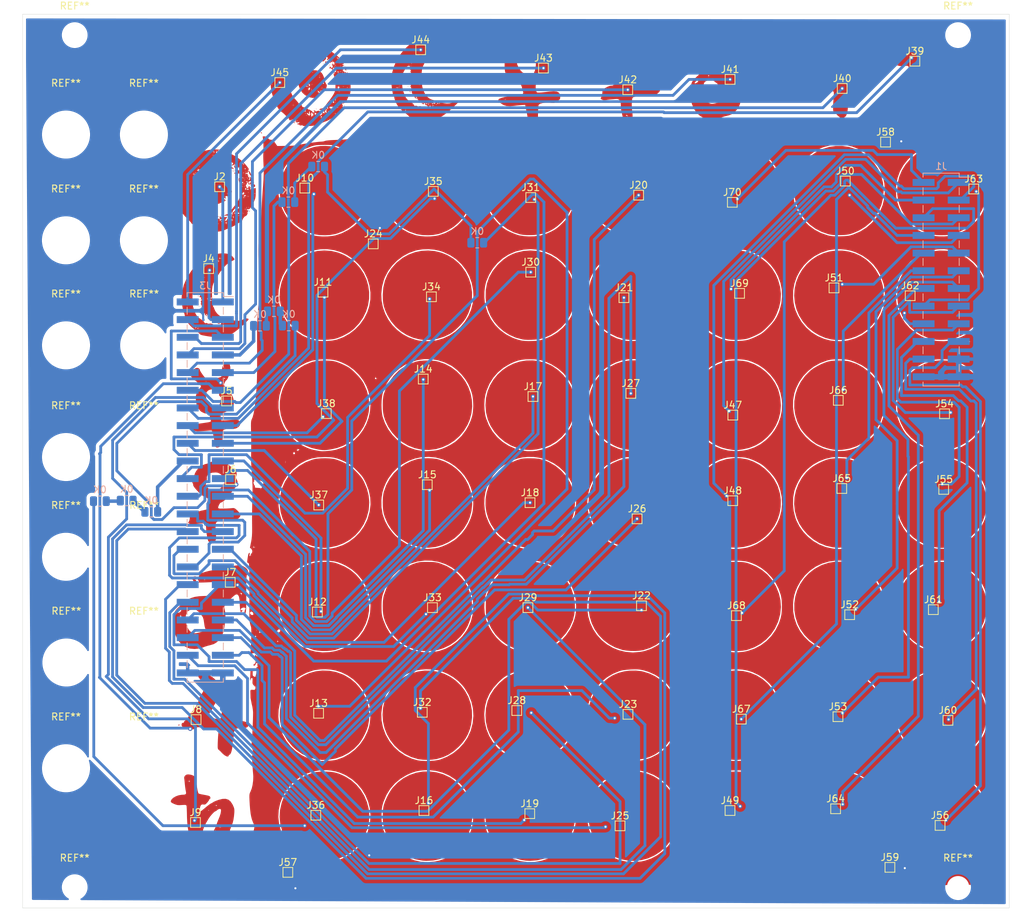
<source format=kicad_pcb>
(kicad_pcb (version 20240108) (generator "pcbnew") (generator_version "8.0")
  (layers (0 "F.Cu" signal) (31 "B.Cu" signal) (34 "B.Paste" user) (35 "F.Paste" user) (36 "B.SilkS" user "B.Silkscreen") (37 "F.SilkS" user "F.Silkscreen") (38 "B.Mask" user) (39 "F.Mask" user) (44 "Edge.Cuts" user))
  (net 0 "")
  (net 1 "/SW_F6")
  (net 2 "GND")
  (net 3 "/SW_G1")
  (net 4 "/SW_E6")
  (net 5 "/SW_F5")
  (net 6 "/SW_G5")
  (net 7 "/SW_F3")
  (net 8 "/SW_E1")
  (net 9 "/SW_F7")
  (net 10 "/SW_F4")
  (net 11 "/SW_E7")
  (net 12 "/SW_E2")
  (net 13 "/SW_G3")
  (net 14 "/SW_E5")
  (net 15 "/SW_E4")
  (net 16 "/SW_G6")
  (net 17 "/SW_G7")
  (net 18 "/SW_F1")
  (net 19 "/SW_G4")
  (net 20 "/SW_G2")
  (net 21 "/SW_F2")
  (net 22 "/SW_E3")
  (net 23 "/In1")
  (net 24 "/SW_D7")
  (net 25 "/SW_D6")
  (net 26 "/OutE")
  (net 27 "/SW_B4")
  (net 28 "/OutG")
  (net 29 "/SW_A4")
  (net 30 "/SW_A6")
  (net 31 "/SW_A7")
  (net 32 "/In5")
  (net 33 "/In7")
  (net 34 "/SW_C4")
  (net 35 "/SW_B3")
  (net 36 "/SW_A3")
  (net 37 "/OutF")
  (net 38 "/SW_C2")
  (net 39 "/SW_D5")
  (net 40 "/OutA")
  (net 41 "/SW_B5")
  (net 42 "/In3")
  (net 43 "/SW_B7")
  (net 44 "/SW_B6")
  (net 45 "/OutD")
  (net 46 "/SW_C7")
  (net 47 "/SW_B1")
  (net 48 "/SW_A2")
  (net 49 "/SW_B2")
  (net 50 "/OutC")
  (net 51 "/SW_D2")
  (net 52 "/SW_A1")
  (net 53 "/SW_C6")
  (net 54 "/In6")
  (net 55 "/SW_C5")
  (net 56 "/SW_D3")
  (net 57 "/SW_C1")
  (net 58 "/SW_C3")
  (net 59 "/SW_D4")
  (net 60 "/In2")
  (net 61 "/OutB")
  (net 62 "/SW_D1")
  (net 63 "/SW_A5")
  (net 64 "/In4")
  (footprint "TestPoint:TestPoint_Pad_1.0x1.0mm" (layer "F.Cu") (at 199.19 150.3)
    (property "Reference" "J61")
    (property "Value" "Conn_01x01_Pin")
  )
  (footprint "TestPoint:TestPoint_Pad_1.0x1.0mm" (layer "F.Cu") (at 111.92 122.11)
    (property "Reference" "J38")
    (property "Value" "Conn_01x01_Pin")
  )
  (footprint "TestPoint:TestPoint_Pad_1.0x1.0mm" (layer "F.Cu") (at 110.64 150.64)
    (property "Reference" "J12")
    (property "Value" "Conn_01x01_Pin")
  )
  (footprint "TestPoint:TestPoint_Pad_1.0x1.0mm" (layer "F.Cu") (at 141.17 179.63)
    (property "Reference" "J19")
    (property "Value" "Conn_01x01_Pin")
  )
  (footprint "MountingHole:MountingHole_3.2mm_M3" (layer "F.Cu") (at 202.75 190.2)
    (property "Reference" "REF**")
    (property "Value" "MountingHole_3.2mm_M3")
  )
  (footprint "MountingHole:MountingHole_6.4mm_M6" (layer "F.Cu") (at 85.7 97.2)
    (property "Reference" "REF**")
    (property "Value" "MountingHole_6.4mm_M6")
  )
  (footprint "TestPoint:TestPoint_Pad_1.0x1.0mm" (layer "F.Cu") (at 108.83 89.69)
    (property "Reference" "J10")
    (property "Value" "Conn_01x01_Pin")
  )
  (footprint "TestPoint:TestPoint_Pad_1.0x1.0mm" (layer "F.Cu") (at 170.88 151.16)
    (property "Reference" "J68")
    (property "Value" "Conn_01x01_Pin")
  )
  (footprint "TestPoint:TestPoint_Pad_1.0x1.0mm" (layer "F.Cu") (at 170.36 122.33)
    (property "Reference" "J47")
    (property "Value" "Conn_01x01_Pin")
  )
  (footprint "TestPoint:TestPoint_Pad_1.0x1.0mm" (layer "F.Cu") (at 200.16 181.32)
    (property "Reference" "J56")
    (property "Value" "Conn_01x01_Pin")
  )
  (footprint "TestPoint:TestPoint_Pad_1.0x1.0mm" (layer "F.Cu") (at 93.201111 166.103555)
    (property "Reference" "J8")
    (property "Value" "Conn_01x01_Pin")
  )
  (footprint "TestPoint:TestPoint_Pad_1.0x1.0mm" (layer "F.Cu") (at 169.97 74.07)
    (property "Reference" "J41")
    (property "Value" "Conn_01x01_Pin")
  )
  (footprint "TestPoint:TestPoint_Pad_1.0x1.0mm" (layer "F.Cu") (at 141.63 119.66)
    (property "Reference" "J17")
    (property "Value" "Conn_01x01_Pin")
  )
  (footprint "TestPoint:TestPoint_Pad_1.0x1.0mm" (layer "F.Cu") (at 192.95 187.35)
    (property "Reference" "J59")
    (property "Value" "Conn_01x01_Pin")
  )
  (footprint "MountingHole:MountingHole_6.4mm_M6" (layer "F.Cu") (at 85.735 142.7)
    (property "Reference" "REF**")
    (property "Value" "MountingHole_6.4mm_M6")
  )
  (footprint "TestPoint:TestPoint_Pad_1.0x1.0mm" (layer "F.Cu") (at 195.86 105.17)
    (property "Reference" "J62")
    (property "Value" "Conn_01x01_Pin")
  )
  (footprint "TestPoint:TestPoint_Pad_1.0x1.0mm" (layer "F.Cu") (at 127.18 150.01)
    (property "Reference" "J33")
    (property "Value" "Conn_01x01_Pin")
  )
  (footprint "TestPoint:TestPoint_Pad_1.0x1.0mm" (layer "F.Cu") (at 200.68 133.01)
    (property "Reference" "J55")
    (property "Value" "Conn_01x01_Pin")
  )
  (footprint "TestPoint:TestPoint_Pad_1.0x1.0mm" (layer "F.Cu") (at 157.23 149.74)
    (property "Reference" "J22")
    (property "Value" "Conn_01x01_Pin")
  )
  (footprint "MountingHole:MountingHole_6.4mm_M6" (layer "F.Cu") (at 74.5 142.7)
    (property "Reference" "REF**")
    (property "Value" "MountingHole_6.4mm_M6")
  )
  (footprint "MountingHole:MountingHole_6.4mm_M6" (layer "F.Cu") (at 85.735 112.3)
    (property "Reference" "REF**")
    (property "Value" "MountingHole_6.4mm_M6")
  )
  (footprint "MountingHole:MountingHole_6.4mm_M6" (layer "F.Cu") (at 74.49 97.2)
    (property "Reference" "REF**")
    (property "Value" "MountingHole_6.4mm_M6")
  )
  (footprint "TestPoint:TestPoint_Pad_1.0x1.0mm" (layer "F.Cu") (at 155.26 75.55)
    (property "Reference" "J42")
    (property "Value" "Conn_01x01_Pin")
  )
  (footprint "MountingHole:MountingHole_6.4mm_M6" (layer "F.Cu") (at 74.5 128.359998)
    (property "Reference" "REF**")
    (property "Value" "MountingHole_6.4mm_M6")
  )
  (footprint "TestPoint:TestPoint_Pad_1.0x1.0mm" (layer "F.Cu") (at 143.14 72.44)
    (property "Reference" "J43")
    (property "Value" "Conn_01x01_Pin")
  )
  (footprint "MountingHole:MountingHole_6.4mm_M6" (layer "F.Cu") (at 74.5 112.3)
    (property "Reference" "REF**")
    (property "Value" "MountingHole_6.4mm_M6")
  )
  (footprint "TestPoint:TestPoint_Pad_1.0x1.0mm" (layer "F.Cu") (at 196.54 71.45)
    (property "Reference" "J39")
    (property "Value" "Conn_01x01_Pin")
  )
  (footprint "TestPoint:TestPoint_Pad_1.0x1.0mm" (layer "F.Cu") (at 97.58 120.29)
    (property "Reference" "J5")
    (property "Value" "Conn_01x01_Pin")
  )
  (footprint "TestPoint:TestPoint_Pad_1.0x1.0mm" (layer "F.Cu") (at 140.91 150.01)
    (property "Reference" "J29")
    (property "Value" "Conn_01x01_Pin")
  )
  (footprint "TestPoint:TestPoint_Pad_1.0x1.0mm" (layer "F.Cu") (at 139.3 164.8)
    (property "Reference" "J28")
    (property "Value" "Conn_01x01_Pin")
  )
  (footprint "MountingHole:MountingHole_3.2mm_M3" (layer "F.Cu") (at 202.75 67.7)
    (property "Reference" "REF**")
    (property "Value" "MountingHole_3.2mm_M3")
  )
  (footprint "TestPoint:TestPoint_Pad_1.0x1.0mm" (layer "F.Cu") (at 186.54 88.68)
    (property "Reference" "J50")
    (property "Value" "Conn_01x01_Pin")
  )
  (footprint "TestPoint:TestPoint_Pad_1.0x1.0mm" (layer "F.Cu") (at 201.29 166.22)
    (property "Reference" "J60")
    (property "Value" "Conn_01x01_Pin")
  )
  (footprint "TestPoint:TestPoint_Pad_1.0x1.0mm" (layer "F.Cu") (at 185.48 165.69)
    (property "Reference" "J53")
    (property "Value" "Conn_01x01_Pin")
  )
  (footprint "MountingHole:MountingHole_6.4mm_M6" (layer "F.Cu") (at 74.5 82)
    (property "Reference" "REF**")
    (property "Value" "MountingHole_6.4mm_M6")
  )
  (footprint "TestPoint:TestPoint_Pad_1.0x1.0mm" (layer "F.Cu") (at 125.96 179.18)
    (property "Reference" "J16")
    (property "Value" "Conn_01x01_Pin")
  )
  (footprint "TestPoint:TestPoint_Pad_1.0x1.0mm" (layer "F.Cu") (at 154.71 105.45)
    (property "Reference" "J21")
    (property "Value" "Conn_01x01_Pin")
  )
  (footprint "TestPoint:TestPoint_Pad_1.0x1.0mm" (layer "F.Cu") (at 156.82 90.71)
    (property "Reference" "J20")
    (property "Value" "Conn_01x01_Pin")
  )
  (footprint "TestPoint:TestPoint_Pad_1.0x1.0mm" (layer "F.Cu") (at 141.31 101.78)
    (property "Reference" "J30")
    (property "Value" "Conn_01x01_Pin")
  )
  (footprint "MountingHole:MountingHole_3.2mm_M3" (layer "F.Cu") (at 75.75 190.2)
    (property "Reference" "REF**")
    (property "Value" "MountingHole_3.2mm_M3")
  )
  (footprint "TestPoint:TestPoint_Pad_1.0x1.0mm" (layer "F.Cu") (at 118.67 97.71)
    (property "Reference" "J24")
    (property "Value" "Conn_01x01_Pin")
  )
  (footprint "MountingHole:MountingHole_6.4mm_M6" (layer "F.Cu") (at 85.7 82)
    (property "Reference" "REF**")
    (property "Value" "MountingHole_6.4mm_M6")
  )
  (footprint "TestPoint:TestPoint_Pad_1.0x1.0mm" (layer "F.Cu") (at 126.44 132.34)
    (property "Reference" "J15")
    (property "Value" "Conn_01x01_Pin")
  )
  (footprint "TestPoint:TestPoint_Pad_1.0x1.0mm" (layer "F.Cu") (at 106.39 188.07)
    (property "Reference" "J57")
    (property "Value" "Conn_01x01_Pin")
  )
  (footprint "POPULUS_kicad:pop_mask" (layer "F.Cu") (at 139.28 128.87)
    (property "Reference" "G***" (hide yes))
    (property "Value" "LOGO" (hide yes))
  )
  (footprint "TestPoint:TestPoint_Pad_1.0x1.0mm" (layer "F.Cu") (at 141.21 134.92)
    (property "Reference" "J18")
    (property "Value" "Conn_01x01_Pin")
  )
  (footprint "TestPoint:TestPoint_Pad_1.0x1.0mm" (layer "F.Cu") (at 125.855075 117.148765)
    (property "Reference" "J14")
    (property "Value" "Conn_01x01_Pin")
  )
  (footprint "TestPoint:TestPoint_Pad_1.0x1.0mm" (layer "F.Cu") (at 192.32 83.08)
    (property "Reference" "J58")
    (property "Value" "Conn_01x01_Pin")
  )
  (footprint "TestPoint:TestPoint_Pad_1.0x1.0mm" (layer "F.Cu") (at 111.44 104.66)
    (property "Reference" "J11")
    (property "Value" "Conn_01x01_Pin")
  )
  (footprint "TestPoint:TestPoint_Pad_1.0x1.0mm" (layer "F.Cu") (at 170.350364 134.639778)
    (property "Reference" "J48")
    (property "Value" "Conn_01x01_Pin")
  )
  (footprint "TestPoint:TestPoint_Pad_1.0x1.0mm" (layer "F.Cu") (at 95.007334 101.263)
    (property "Reference" "J4")
    (property "Value" "Conn_01x01_Pin")
  )
  (footprint "MountingHole:MountingHole_6.4mm_M6" (layer "F.Cu") (at 74.5 173.1)
    (property "Reference" "REF**")
    (property "Value" "MountingHole_6.4mm_M6")
  )
  (footprint "MountingHole:MountingHole_6.4mm_M6" (layer "F.Cu") (at 85.7 173.1)
    (property "Reference" "REF**")
    (property "Value" "MountingHole_6.4mm_M6")
  )
  (footprint "TestPoint:TestPoint_Pad_1.0x1.0mm" (layer "F.Cu") (at 127.3 90.17)
    (property "Reference" "J35")
    (property "Value" "Conn_01x01_Pin")
  )
  (footprint "TestPoint:TestPoint_Pad_1.0x1.0mm" (layer "F.Cu") (at 171.58 166.04)
    (property "Reference" "J67")
    (property "Value" "Conn_01x01_Pin")
  )
  (footprint "TestPoint:TestPoint_Pad_1.0x1.0mm" (layer "F.Cu") (at 184.91 104.04)
    (property "Reference" "J51")
    (property "Value" "Conn_01x01_Pin")
  )
  (footprint "TestPoint:TestPoint_Pad_1.0x1.0mm" (layer "F.Cu") (at 110.41 179.86)
    (property "Reference" "J36")
    (property "Value" "Conn_01x01_Pin")
  )
  (footprint "TestPoint:TestPoint_Pad_1.0x1.0mm" (layer "F.Cu") (at 205 89.82)
    (property "Reference" "J63")
    (property "Value" "Conn_01x01_Pin")
  )
  (footprint "TestPoint:TestPoint_Pad_1.0x1.0mm" (layer "F.Cu") (at 171.33 104.83)
    (property "Reference" "J69")
    (property "Value" "Conn_01x01_Pin")
  )
  (footprint "TestPoint:TestPoint_Pad_1.0x1.0mm" (layer "F.Cu") (at 110.83 135.25)
    (property "Reference" "J37")
    (property "Value" "Conn_01x01_Pin")
  )
  (footprint "TestPoint:TestPoint_Pad_1.0x1.0mm" (layer "F.Cu") (at 170.29 91.74)
    (property "Reference" "J70")
    (property "Value" "Conn_01x01_Pin")
  )
  (footprint "TestPoint:TestPoint_Pad_1.0x1.0mm" (layer "F.Cu") (at 93.11 180.9)
    (property "Reference" "J9")
    (property "Value" "Conn_01x01_Pin")
  )
  (footprint "TestPoint:TestPoint_Pad_1.0x1.0mm" (layer "F.Cu") (at 169.96 179.18)
    (property "Reference" "J49")
    (property "Value" "Conn_01x01_Pin")
  )
  (footprint "MountingHole:MountingHole_6.4mm_M6" (layer "F.Cu") (at 74.555 157.9)
    (property "Reference" "REF**")
    (property "Value" "MountingHole_6.4mm_M6")
  )
  (footprint "TestPoint:TestPoint_Pad_1.0x1.0mm" (layer "F.Cu") (at 156.6 137.24)
    (property "Reference" "J26")
    (property "Value" "Conn_01x01_Pin")
  )
  (footprint "TestPoint:TestPoint_Pad_1.0x1.0mm" (layer "F.Cu") (at 187.16 151.03)
    (property "Reference" "J52")
    (property "Value" "Conn_01x01_Pin")
  )
  (footprint "TestPoint:TestPoint_Pad_1.0x1.0mm" (layer "F.Cu") (at 110.81 165.2)
    (property "Reference" "J13")
    (property "Value" "Conn_01x01_Pin")
  )
  (footprint "TestPoint:TestPoint_Pad_1.0x1.0mm" (layer "F.Cu") (at 186.09 75.37)
    (property "Reference" "J40")
    (property "Value" "Conn_01x01_Pin")
  )
  (footprint "TestPoint:TestPoint_Pad_1.0x1.0mm" (layer "F.Cu") (at 155.7 119.21)
    (property "Reference" "J27")
    (property "Value" "Conn_01x01_Pin")
  )
  (footprint "MountingHole:MountingHole_3.2mm_M3" (layer "F.Cu") (at 75.75 67.7)
    (property "Reference" "REF**")
    (property "Value" "MountingHole_3.2mm_M3")
  )
  (footprint "TestPoint:TestPoint_Pad_1.0x1.0mm" (layer "F.Cu") (at 200.8 122.14)
    (property "Reference" "J54")
    (property "Value" "Conn_01x01_Pin")
  )
  (footprint "TestPoint:TestPoint_Pad_1.0x1.0mm" (layer "F.Cu") (at 125.72 165.06)
    (property "Reference" "J32")
    (property "Value" "Conn_01x01_Pin")
  )
  (footprint "TestPoint:TestPoint_Pad_1.0x1.0mm" (layer "F.Cu") (at 105.23 74.52)
    (property "Reference" "J45")
    (property "Value" "Conn_01x01_Pin")
  )
  (footprint "TestPoint:TestPoint_Pad_1.0x1.0mm" (layer "F.Cu") (at 96.58 89.5)
    (property "Reference" "J2")
    (property "Value" "Conn_01x01_Pin")
  )
  (footprint "TestPoint:TestPoint_Pad_1.0x1.0mm" (layer "F.Cu") (at 155.29 165.35)
    (property "Reference" "J23")
    (property "Value" "Conn_01x01_Pin")
  )
  (footprint "TestPoint:TestPoint_Pad_1.0x1.0mm" (layer "F.Cu") (at 186.03 132.88)
    (property "Reference" "J65")
    (property "Value" "Conn_01x01_Pin")
  )
  (footprint "TestPoint:TestPoint_Pad_1.0x1.0mm" (layer "F.Cu") (at 127.03 105.32)
    (property "Reference" "J34")
    (property "Value" "Conn_01x01_Pin")
  )
  (footprint "TestPoint:TestPoint_Pad_1.0x1.0mm" (layer "F.Cu") (at 185.53 120.21)
    (property "Reference" "J66")
    (property "Value" "Conn_01x01_Pin")
  )
  (footprint "MountingHole:MountingHole_6.4mm_M6" (layer "F.Cu") (at 85.7 157.9)
    (property "Reference" "REF**")
    (property "Value" "MountingHole_6.4mm_M6")
  )
  (footprint "TestPoint:TestPoint_Pad_1.0x1.0mm" (layer "F.Cu") (at 141.31 91.05)
    (property "Reference" "J31")
    (property "Value" "Conn_01x01_Pin")
  )
  (footprint "MountingHole:MountingHole_6.4mm_M6" (layer "F.Cu") (at 85.7 128.359998)
    (property "Reference" "REF**")
    (property "Value" "MountingHole_6.4mm_M6")
  )
  (footprint "TestPoint:TestPoint_Pad_1.0x1.0mm" (layer "F.Cu") (at 98.11 146.37)
    (property "Reference" "J7")
    (property "Value" "Conn_01x01_Pin")
  )
  (footprint "TestPoint:TestPoint_Pad_1.0x1.0mm" (layer "F.Cu") (at 98.15 131.59)
    (property "Reference" "J6")
    (property "Value" "Conn_01x01_Pin")
  )
  (footprint "TestPoint:TestPoint_Pad_1.0x1.0mm" (layer "F.Cu") (at 185.14 178.93)
    (property "Reference" "J64")
    (property "Value" "Conn_01x01_Pin")
  )
  (footprint "TestPoint:TestPoint_Pad_1.0x1.0mm" (layer "F.Cu") (at 154.15 181.38)
    (property "Reference" "J25")
    (property "Value" "Conn_01x01_Pin")
  )
  (footprint "TestPoint:TestPoint_Pad_1.0x1.0mm" (layer "F.Cu") (at 125.487334 69.809333)
    (property "Reference" "J44")
    (property "Value" "Conn_01x01_Pin")
  )
  (footprint "pop:pop_panel_gold" (layer "F.Cu") (at 137.51 126.79)
    (property "Reference" "G***" (hide yes))
    (property "Value" "LOGO" (hide yes))
  )
  (footprint "Resistor_SMD:R_0805_2012Metric" (layer "B.Cu") (at 106.5225 109.47 180)
    (property "Reference" "0K")
    (property "Value" "R_0805_2012Metric")
  )
  (footprint "Resistor_SMD:R_0805_2012Metric" (layer "B.Cu") (at 104.3925 107.41 180)
    (property "Reference" "0K")
    (property "Value" "R_0805_2012Metric")
  )
  (footprint "Resistor_SMD:R_0805_2012Metric" (layer "B.Cu") (at 83.22 134.62 180)
    (property "Reference" "0K")
    (property "Value" "R_0805_2012Metric")
  )
  (footprint "Resistor_SMD:R_0805_2012Metric" (layer "B.Cu") (at 86.7575 136.24 180)
    (property "Reference" "0K")
    (property "Value" "R_0805_2012Metric")
  )
  (footprint "Resistor_SMD:R_0805_2012Metric" (layer "B.Cu") (at 79.3675 134.7 180)
    (property "Reference" "0K")
    (property "Value" "R_0805_2012Metric")
  )
  (footprint "Connector_PinHeader_2.54mm:PinHeader_2x22_P2.54mm_Vertical_SMD" (layer "B.Cu") (at 94.515 132.73 180)
    (property "Reference" "J3")
    (property "Value" "Conn_02x18_Odd_Even")
  )
  (footprint "Resistor_SMD:R_0805_2012Metric" (layer "B.Cu") (at 106.4675 91.71 180)
    (property "Reference" "0K")
    (property "Value" "R_0805_2012Metric")
  )
  (footprint "Resistor_SMD:R_0805_2012Metric" (layer "B.Cu") (at 110.75 86.6 180)
    (property "Reference" "0K")
    (property "Value" "R_0805_2012Metric")
  )
  (footprint "Resistor_SMD:R_0805_2012Metric" (layer "B.Cu") (at 102.3825 109.49 180)
    (property "Reference" "0K")
    (property "Value" "R_0805_2012Metric")
  )
  (footprint "Connector_PinHeader_2.54mm:PinHeader_2x12_P2.54mm_Vertical_SMD" (layer "B.Cu") (at 200.315 102.85 180)
    (property "Reference" "J1")
    (property "Value" "Conn_02x12_Odd_Even")
  )
  (footprint "Resistor_SMD:R_0805_2012Metric" (layer "B.Cu") (at 133.62 97.55 180)
    (property "Reference" "0K")
    (property "Value" "R_0805_2012Metric")
  )
  (gr_rect (start 68.25 64.69) (end 210.1 193.19) (stroke (width 0.05)) (fill none) (layer "Edge.Cuts"))
  (segment (start 185.48 165.69) (end 185.6 165.69) (width 0.4) (layer "F.Cu") (net 1))
  (segment (start 185.6 165.69) (end 186.13 165.16) (width 0.4) (layer "F.Cu") (net 1))
  (via (at 186.13 165.16) (size 0.6) (drill 0.3) (layers "F.Cu" "B.Cu") (net 1))
  (segment (start 192.09 122.38) (end 192.09 107.178528) (width 0.4) (layer "B.Cu") (net 1))
  (segment (start 191.28 160.01) (end 195.61 160.01) (width 0.4) (layer "B.Cu") (net 1))
  (segment (start 195.61 160.01) (end 195.61 128.32) (width 0.4) (layer "B.Cu") (net 1))
  (segment (start 196.048528 103.22) (end 201.94 103.22) (width 0.4) (layer "B.Cu") (net 1))
  (segment (start 192.09 107.178528) (end 196.048528 103.22) (width 0.4) (layer "B.Cu") (net 1))
  (segment (start 201.94 103.22) (end 202.84 104.12) (width 0.4) (layer "B.Cu") (net 1))
  (segment (start 186.13 165.16) (end 191.28 160.01) (width 0.4) (layer "B.Cu") (net 1))
  (segment (start 195.61 128.32) (end 195.54 128.25) (width 0.4) (layer "B.Cu") (net 1))
  (segment (start 195.54 125.83) (end 192.09 122.38) (width 0.4) (layer "B.Cu") (net 1))
  (segment (start 195.54 128.25) (end 195.54 125.83) (width 0.4) (layer "B.Cu") (net 1))
  (segment (start 192.43 82.97) (end 192.32 83.08) (width 0.8) (layer "F.Cu") (net 2))
  (segment (start 118.67 97.71) (end 118.67 96.377023) (width 0.8) (layer "F.Cu") (net 2))
  (segment (start 118.67 96.377023) (end 119.617023 95.43) (width 0.8) (layer "F.Cu") (net 2))
  (segment (start 192.95 187.35) (end 194.98 187.35) (width 0.8) (layer "F.Cu") (net 2))
  (segment (start 106.39 188.07) (end 107.475798 189.155798) (width 0.8) (layer "F.Cu") (net 2))
  (segment (start 194.58 82.97) (end 192.43 82.97) (width 0.8) (layer "F.Cu") (net 2))
  (segment (start 194.98 187.35) (end 195.09 187.46) (width 0.8) (layer "F.Cu") (net 2))
  (segment (start 106.39 188.07) (end 115.646446 188.07) (width 0.8) (layer "F.Cu") (net 2))
  (segment (start 115.646446 188.07) (end 118.092792 185.623654) (width 0.8) (layer "F.Cu") (net 2))
  (segment (start 107.475798 189.155798) (end 107.475798 190.354812) (width 0.8) (layer "F.Cu") (net 2))
  (via (at 194.58 82.97) (size 0.6) (drill 0.3) (layers "F.Cu" "B.Cu") (net 2))
  (via (at 118.092792 185.623654) (size 0.6) (drill 0.3) (layers "F.Cu" "B.Cu") (net 2))
  (via (at 195.09 187.46) (size 0.6) (drill 0.3) (layers "F.Cu" "B.Cu") (net 2))
  (via (at 107.475798 190.354812) (size 0.6) (drill 0.3) (layers "F.Cu" "B.Cu") (net 2))
  (via (at 119.617023 95.43) (size 0.6) (drill 0.3) (layers "F.Cu" "B.Cu") (net 2))
  (segment (start 207.17 117.38) (end 206.09 117.38) (width 0.8) (layer "B.Cu") (net 2))
  (segment (start 194.17 190.33) (end 107.50061 190.33) (width 0.8) (layer "B.Cu") (net 2))
  (segment (start 202.84 114.28) (end 202.84 116.82) (width 0.8) (layer "B.Cu") (net 2))
  (segment (start 208.78 101.025) (end 208.78 87.29) (width 0.8) (layer "B.Cu") (net 2))
  (segment (start 207.17 180.76) (end 207.17 117.38) (width 0.8) (layer "B.Cu") (net 2))
  (segment (start 204.46 82.97) (end 194.58 82.97) (width 0.8) (layer "B.Cu") (net 2))
  (segment (start 207.17 117.38) (end 207.17 102.635) (width 0.8) (layer "B.Cu") (net 2))
  (segment (start 200.47 187.46) (end 207.17 180.76) (width 0.8) (layer "B.Cu") (net 2))
  (segment (start 194.58 82.97) (end 132.077023 82.97) (width 0.8) (layer "B.Cu") (net 2))
  (segment (start 97.04 164.570862) (end 118.092792 185.623654) (width 0.8) (layer "B.Cu") (net 2))
  (segment (start 107.50061 190.33) (end 107.475798 190.354812) (width 0.8) (layer "B.Cu") (net 2))
  (segment (start 91.99 159.4) (end 97.04 159.4) (width 0.8) (layer "B.Cu") (net 2))
  (segment (start 207.17 102.635) (end 208.78 101.025) (width 0.8) (layer "B.Cu") (net 2))
  (segment (start 208.78 87.29) (end 204.46 82.97) (width 0.8) (layer "B.Cu") (net 2))
  (segment (start 197.24 187.46) (end 200.47 187.46) (width 0.8) (layer "B.Cu") (net 2))
  (segment (start 132.077023 82.97) (end 119.617023 95.43) (width 0.8) (layer "B.Cu") (net 2))
  (segment (start 197.79 116.82) (end 202.84 116.82) (width 0.8) (layer "B.Cu") (net 2))
  (segment (start 97.04 159.4) (end 97.04 164.570862) (width 0.8) (layer "B.Cu") (net 2))
  (segment (start 197.04 187.46) (end 194.17 190.33) (width 0.8) (layer "B.Cu") (net 2))
  (segment (start 205.53 116.82) (end 202.84 116.82) (width 0.8) (layer "B.Cu") (net 2))
  (segment (start 195.09 187.46) (end 197.24 187.46) (width 0.8) (layer "B.Cu") (net 2))
  (segment (start 197.24 187.46) (end 197.04 187.46) (width 0.8) (layer "B.Cu") (net 2))
  (segment (start 206.09 117.38) (end 205.53 116.82) (width 0.8) (layer "B.Cu") (net 2))
  (segment (start 205 89.82) (end 205.370331 90.190331) (width 0.4) (layer "F.Cu") (net 3))
  (via (at 205.370331 90.190331) (size 0.6) (drill 0.3) (layers "F.Cu" "B.Cu") (net 3))
  (segment (start 197.79 106.66) (end 198.69 105.76) (width 0.4) (layer "B.Cu") (net 3))
  (segment (start 205.71 90.53) (end 205.370331 90.190331) (width 0.4) (layer "B.Cu") (net 3))
  (segment (start 204.075 105.76) (end 205.71 104.125) (width 0.4) (layer "B.Cu") (net 3))
  (segment (start 198.69 105.76) (end 204.075 105.76) (width 0.4) (layer "B.Cu") (net 3))
  (segment (start 205.71 104.125) (end 205.71 90.53) (width 0.4) (layer "B.Cu") (net 3))
  (via (at 171.58 166.04) (size 0.6) (drill 0.3) (layers "F.Cu" "B.Cu") (net 4))
  (segment (start 189.76 92.28264) (end 187.04 89.56264) (width 0.4) (layer "B.Cu") (net 4))
  (segment (start 193.981472 96.5) (end 190.791472 93.31) (width 0.4) (layer "B.Cu") (net 4))
  (segment (start 190.791472 93.31) (end 190.601472 93.31) (width 0.4) (layer "B.Cu") (net 4))
  (segment (start 190.601472 93.31) (end 189.76 92.468528) (width 0.4) (layer "B.Cu") (net 4))
  (segment (start 197.79 96.5) (end 193.981472 96.5) (width 0.4) (layer "B.Cu") (net 4))
  (segment (start 185.27 91.33264) (end 185.27 152.35) (width 0.4) (layer "B.Cu") (net 4))
  (segment (start 187.04 89.56264) (end 185.27 91.33264) (width 0.4) (layer "B.Cu") (net 4))
  (segment (start 185.27 152.35) (end 171.58 166.04) (width 0.4) (layer "B.Cu") (net 4))
  (segment (start 189.76 92.468528) (end 189.76 92.28264) (width 0.4) (layer "B.Cu") (net 4))
  (segment (start 187.27 151.03) (end 188.03 150.27) (width 0.4) (layer "F.Cu") (net 5))
  (segment (start 187.16 151.03) (end 187.27 151.03) (width 0.4) (layer "F.Cu") (net 5))
  (via (at 188.03 150.27) (size 0.6) (drill 0.3) (layers "F.Cu" "B.Cu") (net 5))
  (segment (start 190.95 122.99) (end 190.95 107.47) (width 0.4) (layer "B.Cu") (net 5))
  (segment (start 195.94 102.48) (end 201.94 102.48) (width 0.4) (layer "B.Cu") (net 5))
  (segment (start 193.99 126.03) (end 190.95 122.99) (width 0.4) (layer "B.Cu") (net 5))
  (segment (start 201.94 102.48) (end 202.84 101.58) (width 0.4) (layer "B.Cu") (net 5))
  (segment (start 193.99 144.31) (end 193.99 126.03) (width 0.4) (layer "B.Cu") (net 5))
  (segment (start 188.03 150.27) (end 193.99 144.31) (width 0.4) (layer "B.Cu") (net 5))
  (segment (start 190.95 107.47) (end 195.94 102.48) (width 0.4) (layer "B.Cu") (net 5))
  (segment (start 199.19 150.3) (end 199.19 149.97) (width 0.4) (layer "F.Cu") (net 6))
  (segment (start 199.19 149.97) (end 200.02 149.14) (width 0.4) (layer "F.Cu") (net 6))
  (via (at 200.02 149.14) (size 0.6) (drill 0.3) (layers "F.Cu" "B.Cu") (net 6))
  (segment (start 196.92 111.74) (end 197.79 111.74) (width 0.4) (layer "B.Cu") (net 6))
  (segment (start 200.02 149.14) (end 200.02 136.09) (width 0.4) (layer "B.Cu") (net 6))
  (segment (start 203.12 120.28) (end 202.808528 120.28) (width 0.4) (layer "B.Cu") (net 6))
  (segment (start 200.02 136.09) (end 204.05 132.06) (width 0.4) (layer "B.Cu") (net 6))
  (segment (start 202.808528 120.28) (end 202.053528 119.525) (width 0.4) (layer "B.Cu") (net 6))
  (segment (start 202.053528 119.525) (end 194.615 119.525) (width 0.4) (layer "B.Cu") (net 6))
  (segment (start 194.615 119.525) (end 194.615 114.045) (width 0.4) (layer "B.Cu") (net 6))
  (segment (start 194.615 114.045) (end 196.92 111.74) (width 0.4) (layer "B.Cu") (net 6))
  (segment (start 204.05 121.21) (end 203.12 120.28) (width 0.4) (layer "B.Cu") (net 6))
  (segment (start 204.05 132.06) (end 204.05 121.21) (width 0.4) (layer "B.Cu") (net 6))
  (segment (start 185.53 119.37) (end 186.24 118.66) (width 0.4) (layer "F.Cu") (net 7))
  (segment (start 185.53 120.21) (end 185.53 119.37) (width 0.4) (layer "F.Cu") (net 7))
  (via (at 186.24 118.66) (size 0.6) (drill 0.3) (layers "F.Cu" "B.Cu") (net 7))
  (segment (start 186.24 118.66) (end 186.24 110.255) (width 0.4) (layer "B.Cu") (net 7))
  (segment (start 197.455 99.04) (end 197.79 99.04) (width 0.4) (layer "B.Cu") (net 7))
  (segment (start 186.24 110.255) (end 197.455 99.04) (width 0.4) (layer "B.Cu") (net 7))
  (segment (start 170.53 91.74) (end 171.03 91.24) (width 0.4) (layer "F.Cu") (net 8))
  (segment (start 170.29 91.74) (end 170.53 91.74) (width 0.4) (layer "F.Cu") (net 8))
  (via (at 171.03 91.24) (size 0.6) (drill 0.3) (layers "F.Cu" "B.Cu") (net 8))
  (segment (start 191.15 84.88) (end 196.05 84.88) (width 0.4) (layer "B.Cu") (net 8))
  (segment (start 196.05 87.14) (end 197.79 88.88) (width 0.4) (layer "B.Cu") (net 8))
  (segment (start 171.03 91.24) (end 178 84.27) (width 0.4) (layer "B.Cu") (net 8))
  (segment (start 196.05 84.88) (end 196.05 87.14) (width 0.4) (layer "B.Cu") (net 8))
  (segment (start 178 84.27) (end 190.54 84.27) (width 0.4) (layer "B.Cu") (net 8))
  (segment (start 190.54 84.27) (end 191.15 84.88) (width 0.4) (layer "B.Cu") (net 8))
  (segment (start 185.51 178.93) (end 186.16 178.28) (width 0.4) (layer "F.Cu") (net 9))
  (segment (start 185.14 178.93) (end 185.51 178.93) (width 0.4) (layer "F.Cu") (net 9))
  (via (at 186.16 178.28) (size 0.6) (drill 0.3) (layers "F.Cu" "B.Cu") (net 9))
  (segment (start 196.715 104.12) (end 197.79 104.12) (width 0.4) (layer "B.Cu") (net 9))
  (segment (start 197.03 125.23) (end 192.815 121.015) (width 0.4) (layer "B.Cu") (net 9))
  (segment (start 186.16 178.28) (end 186.16 176.48) (width 0.4) (layer "B.Cu") (net 9))
  (segment (start 186.16 176.48) (end 197.03 165.61) (width 0.4) (layer "B.Cu") (net 9))
  (segment (start 192.815 108.02) (end 196.715 104.12) (width 0.4) (layer "B.Cu") (net 9))
  (segment (start 197.03 165.61) (end 197.03 125.23) (width 0.4) (layer "B.Cu") (net 9))
  (segment (start 192.815 121.015) (end 192.815 108.02) (width 0.4) (layer "B.Cu") (net 9))
  (segment (start 186.03 132.07) (end 186.75 131.35) (width 0.4) (layer "F.Cu") (net 10))
  (segment (start 186.03 132.88) (end 186.03 132.07) (width 0.4) (layer "F.Cu") (net 10))
  (via (at 186.75 131.35) (size 0.6) (drill 0.3) (layers "F.Cu" "B.Cu") (net 10))
  (segment (start 195.991472 101.58) (end 197.79 101.58) (width 0.4) (layer "B.Cu") (net 10))
  (segment (start 189.92 125.64) (end 189.92 107.651472) (width 0.4) (layer "B.Cu") (net 10))
  (segment (start 186.75 128.81) (end 189.92 125.64) (width 0.4) (layer "B.Cu") (net 10))
  (segment (start 189.92 107.651472) (end 195.991472 101.58) (width 0.4) (layer "B.Cu") (net 10))
  (segment (start 186.75 131.35) (end 186.75 128.81) (width 0.4) (layer "B.Cu") (net 10))
  (segment (start 169.96 179.18) (end 170.81 179.18) (width 0.4) (layer "F.Cu") (net 11))
  (segment (start 170.81 179.18) (end 171.42 178.57) (width 0.4) (layer "F.Cu") (net 11))
  (via (at 171.42 178.57) (size 0.6) (drill 0.3) (layers "F.Cu" "B.Cu") (net 11))
  (segment (start 184.785584 90.12) (end 185.84 89.065584) (width 0.4) (layer "B.Cu") (net 11))
  (segment (start 171.42 178.57) (end 170.83 177.98) (width 0.4) (layer "B.Cu") (net 11))
  (segment (start 183.735584 90.12) (end 184.785584 90.12) (width 0.4) (layer "B.Cu") (net 11))
  (segment (start 195.988528 94.86) (end 201.94 94.86) (width 0.4) (layer "B.Cu") (net 11))
  (segment (start 170.83 103.025584) (end 183.735584 90.12) (width 0.4) (layer "B.Cu") (net 11))
  (segment (start 186.115584 87.74) (end 188.868528 87.74) (width 0.4) (layer "B.Cu") (net 11))
  (segment (start 185.84 88.015584) (end 186.115584 87.74) (width 0.4) (layer "B.Cu") (net 11))
  (segment (start 188.868528 87.74) (end 195.988528 94.86) (width 0.4) (layer "B.Cu") (net 11))
  (segment (start 185.84 89.065584) (end 185.84 88.015584) (width 0.4) (layer "B.Cu") (net 11))
  (segment (start 201.94 94.86) (end 202.84 93.96) (width 0.4) (layer "B.Cu") (net 11))
  (segment (start 170.83 177.98) (end 170.83 103.025584) (width 0.4) (layer "B.Cu") (net 11))
  (segment (start 170.11 104.2) (end 170.7 104.2) (width 0.4) (layer "F.Cu") (net 12))
  (segment (start 170.7 104.2) (end 171.33 104.83) (width 0.4) (layer "F.Cu") (net 12))
  (via (at 170.11 104.2) (size 0.6) (drill 0.3) (layers "F.Cu" "B.Cu") (net 12))
  (segment (start 184.537056 89.52) (end 183.487056 89.52) (width 0.4) (layer "B.Cu") (net 12))
  (segment (start 170.11 102.897056) (end 170.11 104.2) (width 0.4) (layer "B.Cu") (net 12))
  (segment (start 185.24 87.767056) (end 185.24 88.817056) (width 0.4) (layer "B.Cu") (net 12))
  (segment (start 197.79 91.42) (end 193.72 91.42) (width 0.4) (layer "B.Cu") (net 12))
  (segment (start 193.72 91.42) (end 188.728528 86.428528) (width 0.4) (layer "B.Cu") (net 12))
  (segment (start 185.24 88.817056) (end 184.537056 89.52) (width 0.4) (layer "B.Cu") (net 12))
  (segment (start 186.578528 86.428528) (end 185.24 87.767056) (width 0.4) (layer "B.Cu") (net 12))
  (segment (start 188.728528 86.428528) (end 186.578528 86.428528) (width 0.4) (layer "B.Cu") (net 12))
  (segment (start 183.487056 89.52) (end 170.11 102.897056) (width 0.4) (layer "B.Cu") (net 12))
  (segment (start 200.8 122.14) (end 201.5 122.14) (width 0.4) (layer "F.Cu") (net 13))
  (segment (start 201.5 122.14) (end 201.68 121.96) (width 0.4) (layer "F.Cu") (net 13))
  (via (at 201.68 121.96) (size 0.6) (drill 0.3) (layers "F.Cu" "B.Cu") (net 13))
  (segment (start 201.94 107.56) (end 202.84 106.66) (width 0.4) (layer "B.Cu") (net 13))
  (segment (start 193.415 120.215) (end 193.415 108.268528) (width 0.4) (layer "B.Cu") (net 13))
  (segment (start 195.78 105.903528) (end 195.78 107.525) (width 0.4) (layer "B.Cu") (net 13))
  (segment (start 195.815 107.56) (end 201.94 107.56) (width 0.4) (layer "B.Cu") (net 13))
  (segment (start 195.16 121.96) (end 193.415 120.215) (width 0.4) (layer "B.Cu") (net 13))
  (segment (start 201.68 121.96) (end 195.16 121.96) (width 0.4) (layer "B.Cu") (net 13))
  (segment (start 193.415 108.268528) (end 195.78 105.903528) (width 0.4) (layer "B.Cu") (net 13))
  (segment (start 195.78 107.525) (end 195.815 107.56) (width 0.4) (layer "B.Cu") (net 13))
  (segment (start 170.88 151.16) (end 171.31 151.16) (width 0.4) (layer "F.Cu") (net 14))
  (segment (start 171.31 151.16) (end 171.7 150.77) (width 0.4) (layer "F.Cu") (net 14))
  (via (at 171.7 150.77) (size 0.6) (drill 0.3) (layers "F.Cu" "B.Cu") (net 14))
  (segment (start 199.1 92.65) (end 197.79 93.96) (width 0.4) (layer "B.Cu") (net 14))
  (segment (start 185.034112 90.72) (end 186.44 89.314112) (width 0.4) (layer "B.Cu") (net 14))
  (segment (start 204.99 92.65) (end 199.1 92.65) (width 0.4) (layer "B.Cu") (net 14))
  (segment (start 204.02 95.46) (end 204.99 94.49) (width 0.4) (layer "B.Cu") (net 14))
  (segment (start 186.44 88.74) (end 186.63 88.55) (width 0.4) (layer "B.Cu") (net 14))
  (segment (start 204.99 94.49) (end 204.99 92.65) (width 0.4) (layer "B.Cu") (net 14))
  (segment (start 186.44 89.314112) (end 186.44 88.74) (width 0.4) (layer "B.Cu") (net 14))
  (segment (start 177.76 144.71) (end 177.76 97.42) (width 0.4) (layer "B.Cu") (net 14))
  (segment (start 184.46 90.72) (end 185.034112 90.72) (width 0.4) (layer "B.Cu") (net 14))
  (segment (start 186.88 88.55) (end 193.79 95.46) (width 0.4) (layer "B.Cu") (net 14))
  (segment (start 193.79 95.46) (end 204.02 95.46) (width 0.4) (layer "B.Cu") (net 14))
  (segment (start 171.7 150.77) (end 177.76 144.71) (width 0.4) (layer "B.Cu") (net 14))
  (segment (start 177.76 97.42) (end 184.46 90.72) (width 0.4) (layer "B.Cu") (net 14))
  (segment (start 169.650586 133.94) (end 170.350364 134.639778) (width 0.4) (layer "F.Cu") (net 15))
  (segment (start 169.46 133.94) (end 169.650586 133.94) (width 0.4) (layer "F.Cu") (net 15))
  (via (at 169.46 133.94) (size 0.6) (drill 0.3) (layers "F.Cu" "B.Cu") (net 15))
  (segment (start 189.87 84.9) (end 186.41 84.9) (width 0.4) (layer "B.Cu") (net 15))
  (segment (start 199.65 89.78) (end 194.95 89.78) (width 0.4) (layer "B.Cu") (net 15))
  (segment (start 205 88.165) (end 204.815 87.98) (width 0.4) (layer "B.Cu") (net 15))
  (segment (start 203.175 91.42) (end 203.175 91.325) (width 0.4) (layer "B.Cu") (net 15))
  (segment (start 194.58 89.41) (end 194.38 89.41) (width 0.4) (layer "B.Cu") (net 15))
  (segment (start 200.865 87.98) (end 199.9 88.945) (width 0.4) (layer "B.Cu") (net 15))
  (segment (start 194.38 89.41) (end 189.87 84.9) (width 0.4) (layer "B.Cu") (net 15))
  (segment (start 167.63 103.68) (end 167.63 132.11) (width 0.4) (layer "B.Cu") (net 15))
  (segment (start 199.9 89.53) (end 199.65 89.78) (width 0.4) (layer "B.Cu") (net 15))
  (segment (start 204.815 87.98) (end 200.865 87.98) (width 0.4) (layer "B.Cu") (net 15))
  (segment (start 186.41 84.9) (end 167.63 103.68) (width 0.4) (layer "B.Cu") (net 15))
  (segment (start 167.63 132.11) (end 169.46 133.94) (width 0.4) (layer "B.Cu") (net 15))
  (segment (start 203.175 91.325) (end 205 89.5) (width 0.4) (layer "B.Cu") (net 15))
  (segment (start 194.95 89.78) (end 194.58 89.41) (width 0.4) (layer "B.Cu") (net 15))
  (segment (start 199.9 88.945) (end 199.9 89.53) (width 0.4) (layer "B.Cu") (net 15))
  (segment (start 205 89.5) (end 205 88.165) (width 0.4) (layer "B.Cu") (net 15))
  (segment (start 202.84 91.42) (end 203.175 91.42) (width 0.4) (layer "B.Cu") (net 15))
  (segment (start 201.29 166.22) (end 201.29 166.17) (width 0.4) (layer "F.Cu") (net 16))
  (segment (start 201.29 166.17) (end 201.38 166.08) (width 0.4) (layer "F.Cu") (net 16))
  (via (at 201.38 166.08) (size 0.6) (drill 0.3) (layers "F.Cu" "B.Cu") (net 16))
  (segment (start 205.36 120.63) (end 205.03 120.3) (width 0.4) (layer "B.Cu") (net 16))
  (segment (start 205.36 161.77) (end 205.36 120.63) (width 0.4) (layer "B.Cu") (net 16))
  (segment (start 202.9 118.61) (end 195.215 118.61) (width 0.4) (layer "B.Cu") (net 16))
  (segment (start 195.215 118.61) (end 195.215 114.88) (width 0.4) (layer "B.Cu") (net 16))
  (segment (start 205.03 120.3) (end 204.59 120.3) (width 0.4) (layer "B.Cu") (net 16))
  (segment (start 201.38 166.08) (end 201.38 165.75) (width 0.4) (layer "B.Cu") (net 16))
  (segment (start 195.215 114.88) (end 195.815 114.28) (width 0.4) (layer "B.Cu") (net 16))
  (segment (start 204.59 120.3) (end 202.9 118.61) (width 0.4) (layer "B.Cu") (net 16))
  (segment (start 201.38 165.75) (end 205.36 161.77) (width 0.4) (layer "B.Cu") (net 16))
  (segment (start 195.815 114.28) (end 197.79 114.28) (width 0.4) (layer "B.Cu") (net 16))
  (segment (start 200.16 181.32) (end 200.26 181.32) (width 0.4) (layer "F.Cu") (net 17))
  (segment (start 200.26 181.32) (end 201.01 180.57) (width 0.4) (layer "F.Cu") (net 17))
  (via (at 201.01 180.57) (size 0.6) (drill 0.3) (layers "F.Cu" "B.Cu") (net 17))
  (segment (start 201.765 111.74) (end 202.84 111.74) (width 0.4) (layer "B.Cu") (net 17))
  (segment (start 205.96 120.381472) (end 203.838528 118.26) (width 0.4) (layer "B.Cu") (net 17))
  (segment (start 203.148528 118.01) (end 195.815 118.01) (width 0.4) (layer "B.Cu") (net 17))
  (segment (start 203.838528 118.26) (end 203.398528 118.26) (width 0.4) (layer "B.Cu") (net 17))
  (segment (start 200.45 113.055) (end 201.765 111.74) (width 0.4) (layer "B.Cu") (net 17))
  (segment (start 201.01 180.57) (end 205.96 175.62) (width 0.4) (layer "B.Cu") (net 17))
  (segment (start 195.815 118.01) (end 195.815 115.92) (width 0.4) (layer "B.Cu") (net 17))
  (segment (start 195.815 115.92) (end 196.225 115.51) (width 0.4) (layer "B.Cu") (net 17))
  (segment (start 200.45 114.495) (end 200.45 113.055) (width 0.4) (layer "B.Cu") (net 17))
  (segment (start 199.435 115.51) (end 200.45 114.495) (width 0.4) (layer "B.Cu") (net 17))
  (segment (start 196.225 115.51) (end 199.435 115.51) (width 0.4) (layer "B.Cu") (net 17))
  (segment (start 203.398528 118.26) (end 203.148528 118.01) (width 0.4) (layer "B.Cu") (net 17))
  (segment (start 205.96 175.62) (end 205.96 120.381472) (width 0.4) (layer "B.Cu") (net 17))
  (segment (start 186.54 88.68) (end 186.54 90.091278) (width 0.4) (layer "F.Cu") (net 18))
  (segment (start 186.54 90.091278) (end 187.155956 90.707234) (width 0.4) (layer "F.Cu") (net 18))
  (via (at 187.155956 90.707234) (size 0.6) (drill 0.3) (layers "F.Cu" "B.Cu") (net 18))
  (segment (start 187.155956 90.713012) (end 187.155956 90.707234) (width 0.4) (layer "B.Cu") (net 18))
  (segment (start 202.84 96.5) (end 201.8 97.54) (width 0.4) (layer "B.Cu") (net 18))
  (segment (start 201.8 97.54) (end 193.982944 97.54) (width 0.4) (layer "B.Cu") (net 18))
  (segment (start 193.982944 97.54) (end 187.155956 90.713012) (width 0.4) (layer "B.Cu") (net 18))
  (segment (start 200.68 133.01) (end 200.68 132.45) (width 0.4) (layer "F.Cu") (net 19))
  (segment (start 200.68 132.45) (end 200.48 132.25) (width 0.4) (layer "F.Cu") (net 19))
  (via (at 200.48 132.25) (size 0.6) (drill 0.3) (layers "F.Cu" "B.Cu") (net 19))
  (segment (start 202.15 120.47) (end 194.518528 120.47) (width 0.4) (layer "B.Cu") (net 19))
  (segment (start 201.94 110.1) (end 202.84 109.2) (width 0.4) (layer "B.Cu") (net 19))
  (segment (start 202.9 131.14) (end 202.9 121.22) (width 0.4) (layer "B.Cu") (net 19))
  (segment (start 201.79 132.25) (end 202.9 131.14) (width 0.4) (layer "B.Cu") (net 19))
  (segment (start 200.48 132.25) (end 201.79 132.25) (width 0.4) (layer "B.Cu") (net 19))
  (segment (start 196.79 110.1) (end 201.94 110.1) (width 0.4) (layer "B.Cu") (net 19))
  (segment (start 194.518528 120.47) (end 194.015 119.966472) (width 0.4) (layer "B.Cu") (net 19))
  (segment (start 194.015 119.966472) (end 194.015 112.875) (width 0.4) (layer "B.Cu") (net 19))
  (segment (start 194.015 112.875) (end 196.79 110.1) (width 0.4) (layer "B.Cu") (net 19))
  (segment (start 202.9 121.22) (end 202.15 120.47) (width 0.4) (layer "B.Cu") (net 19))
  (segment (start 195.86 105.17) (end 195.86 106.837073) (width 0.4) (layer "F.Cu") (net 20))
  (segment (start 195.86 106.837073) (end 195.04146 107.655613) (width 0.4) (layer "F.Cu") (net 20))
  (via (at 195.04146 107.655613) (size 0.6) (drill 0.3) (layers "F.Cu" "B.Cu") (net 20))
  (segment (start 195.04146 108.42646) (end 195.04146 107.655613) (width 0.4) (layer "B.Cu") (net 20))
  (segment (start 195.815 109.2) (end 195.04146 108.42646) (width 0.4) (layer "B.Cu") (net 20))
  (segment (start 197.79 109.2) (end 195.815 109.2) (width 0.4) (layer "B.Cu") (net 20))
  (segment (start 184.91 104.04) (end 185.58 104.04) (width 0.4) (layer "F.Cu") (net 21))
  (segment (start 185.58 104.04) (end 186.1 103.52) (width 0.4) (layer "F.Cu") (net 21))
  (via (at 186.1 103.52) (size 0.6) (drill 0.3) (layers "F.Cu" "B.Cu") (net 21))
  (segment (start 190.608528 103.52) (end 195.988528 98.14) (width 0.4) (layer "B.Cu") (net 21))
  (segment (start 186.1 103.52) (end 190.608528 103.52) (width 0.4) (layer "B.Cu") (net 21))
  (segment (start 201.94 98.14) (end 202.84 99.04) (width 0.4) (layer "B.Cu") (net 21))
  (segment (start 195.988528 98.14) (end 201.94 98.14) (width 0.4) (layer "B.Cu") (net 21))
  (segment (start 169.83 121.8) (end 170.36 122.33) (width 0.4) (layer "F.Cu") (net 22))
  (segment (start 169.83 121.76) (end 169.83 121.8) (width 0.4) (layer "F.Cu") (net 22))
  (via (at 169.83 121.76) (size 0.6) (drill 0.3) (layers "F.Cu" "B.Cu") (net 22))
  (segment (start 189.46 85.56) (end 186.598528 85.56) (width 0.4) (layer "B.Cu") (net 22))
  (segment (start 186.598528 85.56) (end 169.05 103.108528) (width 0.4) (layer "B.Cu") (net 22))
  (segment (start 194.13 90.23) (end 189.46 85.56) (width 0.4) (layer "B.Cu") (net 22))
  (segment (start 169.05 120.98) (end 169.83 121.76) (width 0.4) (layer "B.Cu") (net 22))
  (segment (start 194.701472 90.38) (end 194.551472 90.23) (width 0.4) (layer "B.Cu") (net 22))
  (segment (start 201.34 90.38) (end 194.701472 90.38) (width 0.4) (layer "B.Cu") (net 22))
  (segment (start 169.05 103.108528) (end 169.05 120.98) (width 0.4) (layer "B.Cu") (net 22))
  (segment (start 202.84 88.88) (end 201.34 90.38) (width 0.4) (layer "B.Cu") (net 22))
  (segment (start 194.551472 90.23) (end 194.13 90.23) (width 0.4) (layer "B.Cu") (net 22))
  (via (at 96.58 89.5) (size 0.6) (drill 0.3) (layers "F.Cu" "B.Cu") (net 23))
  (segment (start 97.04 106.06) (end 97.04 89.96) (width 0.4) (layer "B.Cu") (net 23))
  (segment (start 97.04 89.96) (end 96.58 89.5) (width 0.4) (layer "B.Cu") (net 23))
  (segment (start 154.15 181.38) (end 152.2 181.38) (width 0.4) (layer "F.Cu") (net 24))
  (segment (start 152.2 181.38) (end 152.06 181.52) (width 0.4) (layer "F.Cu") (net 24))
  (via (at 152.06 181.52) (size 0.6) (drill 0.3) (layers "F.Cu" "B.Cu") (net 24))
  (segment (start 100.59 160.183528) (end 100.59 166.61) (width 0.4) (layer "B.Cu") (net 24))
  (segment (start 91.99 156.86) (end 93.49 158.36) (width 0.4) (layer "B.Cu") (net 24))
  (segment (start 98.766472 158.36) (end 100.59 160.183528) (width 0.4) (layer "B.Cu") (net 24))
  (segment (start 115.63 181.65) (end 151.93 181.65) (width 0.4) (layer "B.Cu") (net 24))
  (segment (start 93.49 158.36) (end 98.766472 158.36) (width 0.4) (layer "B.Cu") (net 24))
  (segment (start 100.59 166.61) (end 115.63 181.65) (width 0.4) (layer "B.Cu") (net 24))
  (segment (start 151.93 181.65) (end 152.06 181.52) (width 0.4) (layer "B.Cu") (net 24))
  (segment (start 155.29 165.35) (end 153.93 165.35) (width 0.4) (layer "F.Cu") (net 25))
  (segment (start 153.93 165.35) (end 153.38 165.9) (width 0.4) (layer "F.Cu") (net 25))
  (via (at 153.38 165.9) (size 0.6) (drill 0.3) (layers "F.Cu" "B.Cu") (net 25))
  (segment (start 102.68 158.35) (end 100.8 156.47) (width 0.4) (layer "B.Cu") (net 25))
  (segment (start 152.62 165.9) (end 148.66 161.94) (width 0.4) (layer "B.Cu") (net 25))
  (segment (start 103.04 160.827944) (end 102.68 160.467944) (width 0.4) (layer "B.Cu") (net 25))
  (segment (start 99.39 156.86) (end 97.04 156.86) (width 0.4) (layer "B.Cu") (net 25))
  (segment (start 103.04 166.73) (end 103.04 160.827944) (width 0.4) (layer "B.Cu") (net 25))
  (segment (start 148.66 161.94) (end 139.52 161.94) (width 0.4) (layer "B.Cu") (net 25))
  (segment (start 127.27 180.13) (end 116.44 180.13) (width 0.4) (layer "B.Cu") (net 25))
  (segment (start 139.52 167.88) (end 127.27 180.13) (width 0.4) (layer "B.Cu") (net 25))
  (segment (start 116.44 180.13) (end 103.04 166.73) (width 0.4) (layer "B.Cu") (net 25))
  (segment (start 139.52 161.94) (end 139.52 167.88) (width 0.4) (layer "B.Cu") (net 25))
  (segment (start 102.68 160.467944) (end 102.68 158.35) (width 0.4) (layer "B.Cu") (net 25))
  (segment (start 153.38 165.9) (end 152.62 165.9) (width 0.4) (layer "B.Cu") (net 25))
  (segment (start 100.8 156.47) (end 99.78 156.47) (width 0.4) (layer "B.Cu") (net 25))
  (segment (start 99.78 156.47) (end 99.39 156.86) (width 0.4) (layer "B.Cu") (net 25))
  (via (at 169.97 74.07) (size 0.6) (drill 0.3) (layers "F.Cu" "B.Cu") (net 26))
  (segment (start 102.56 110.393666) (end 102.56 111.475762) (width 0.4) (layer "B.Cu") (net 26))
  (segment (start 169.97 74.07) (end 164.061472 74.07) (width 0.4) (layer "B.Cu") (net 26))
  (segment (start 161.771472 76.36) (end 113.55 76.36) (width 0.4) (layer "B.Cu") (net 26))
  (segment (start 102.56 111.475762) (end 102.71 111.625762) (width 0.4) (layer "B.Cu") (net 26))
  (segment (start 102.3825 87.5275) (end 102.3825 110.216166) (width 0.4) (layer "B.Cu") (net 26))
  (segment (start 113.55 76.36) (end 102.3825 87.5275) (width 0.4) (layer "B.Cu") (net 26))
  (segment (start 100.858528 114.86) (end 93.35 114.86) (width 0.4) (layer "B.Cu") (net 26))
  (segment (start 164.061472 74.07) (end 161.771472 76.36) (width 0.4) (layer "B.Cu") (net 26))
  (segment (start 93.35 114.86) (end 91.99 116.22) (width 0.4) (layer "B.Cu") (net 26))
  (segment (start 102.71 111.625762) (end 102.71 113.008528) (width 0.4) (layer "B.Cu") (net 26))
  (segment (start 102.3825 110.216166) (end 102.56 110.393666) (width 0.4) (layer "B.Cu") (net 26))
  (segment (start 102.71 113.008528) (end 100.858528 114.86) (width 0.4) (layer "B.Cu") (net 26))
  (segment (start 126.44 132.34) (end 126.44 132.830331) (width 0.4) (layer "F.Cu") (net 27))
  (segment (start 126.44 132.830331) (end 126.77 133.160331) (width 0.4) (layer "F.Cu") (net 27))
  (via (at 126.77 133.160331) (size 0.6) (drill 0.3) (layers "F.Cu" "B.Cu") (net 27))
  (segment (start 112.485584 153.2) (end 113.96 151.725584) (width 0.4) (layer "B.Cu") (net 27))
  (segment (start 113.96 151.665584) (end 126.77 138.855584) (width 0.4) (layer "B.Cu") (net 27))
  (segment (start 97.04 136.54) (end 102.292944 136.54) (width 0.4) (layer "B.Cu") (net 27))
  (segment (start 108.34 151.68736) (end 109.85264 153.2) (width 0.4) (layer "B.Cu") (net 27))
  (segment (start 109.85264 153.2) (end 112.485584 153.2) (width 0.4) (layer "B.Cu") (net 27))
  (segment (start 108.34 142.587056) (end 108.34 151.68736) (width 0.4) (layer "B.Cu") (net 27))
  (segment (start 126.77 138.855584) (end 126.77 133.160331) (width 0.4) (layer "B.Cu") (net 27))
  (segment (start 102.292944 136.54) (end 108.34 142.587056) (width 0.4) (layer "B.Cu") (net 27))
  (segment (start 113.96 151.725584) (end 113.96 151.665584) (width 0.4) (layer "B.Cu") (net 27))
  (via (at 196.054313 70.964313) (size 0.6) (drill 0.3) (layers "F.Cu" "B.Cu") (net 28))
  (segment (start 99.263528 122.8) (end 109.38 112.683528) (width 0.4) (layer "B.Cu") (net 28))
  (segment (start 110.75 87.326166) (end 110.75 85.873834) (width 0.4) (layer "B.Cu") (net 28))
  (segment (start 110.75 85.873834) (end 117.883834 78.74) (width 0.4) (layer "B.Cu") (net 28))
  (segment (start 109.38 88.696166) (end 110.75 87.326166) (width 0.4) (layer "B.Cu") (net 28))
  (segment (start 188.168626 78.85) (end 196.054313 70.964313) (width 0.4) (layer "B.Cu") (net 28))
  (segment (start 93.49 122.8) (end 99.263528 122.8) (width 0.4) (layer "B.Cu") (net 28))
  (segment (start 109.38 112.683528) (end 109.38 88.696166) (width 0.4) (layer "B.Cu") (net 28))
  (segment (start 160.382944 78.74) (end 160.492944 78.85) (width 0.4) (layer "B.Cu") (net 28))
  (segment (start 160.492944 78.85) (end 188.168626 78.85) (width 0.4) (layer "B.Cu") (net 28))
  (segment (start 91.99 121.3) (end 93.49 122.8) (width 0.4) (layer "B.Cu") (net 28))
  (segment (start 117.883834 78.74) (end 160.382944 78.74) (width 0.4) (layer "B.Cu") (net 28))
  (via (at 110.83 135.25) (size 0.6) (drill 0.3) (layers "F.Cu" "B.Cu") (net 29))
  (segment (start 91.99 126.38) (end 93.03 127.42) (width 0.4) (layer "B.Cu") (net 29))
  (segment (start 93.03 127.42) (end 103 127.42) (width 0.4) (layer "B.Cu") (net 29))
  (segment (start 103 127.42) (end 110.83 135.25) (width 0.4) (layer "B.Cu") (net 29))
  (segment (start 110.81 165.2) (end 110.81 164.21) (width 0.4) (layer "F.Cu") (net 30))
  (segment (start 110.81 164.21) (end 110.79 164.19) (width 0.4) (layer "F.Cu") (net 30))
  (via (at 110.79 164.19) (size 0.6) (drill 0.3) (layers "F.Cu" "B.Cu") (net 30))
  (segment (start 141.231472 88.4) (end 141.728528 88.4) (width 0.4) (layer "B.Cu") (net 30))
  (segment (start 133.62 105.15) (end 133.62 96.011472) (width 0.4) (layer "B.Cu") (net 30))
  (segment (start 133.62 96.011472) (end 141.231472 88.4) (width 0.4) (layer "B.Cu") (net 30))
  (segment (start 146.53 132.948528) (end 115.288528 164.19) (width 0.4) (layer "B.Cu") (net 30))
  (segment (start 112.16 136.508528) (end 115.58 133.088528) (width 0.4) (layer "B.Cu") (net 30))
  (segment (start 141.728528 88.4) (end 146.53 93.201472) (width 0.4) (layer "B.Cu") (net 30))
  (segment (start 112.16 150.98) (end 112.16 136.508528) (width 0.4) (layer "B.Cu") (net 30))
  (segment (start 110.45 140.15) (end 110.45 151.251776) (width 0.4) (layer "B.Cu") (net 30))
  (segment (start 110.45 151.251776) (end 110.598224 151.4) (width 0.4) (layer "B.Cu") (net 30))
  (segment (start 115.58 133.088528) (end 115.58 123.19) (width 0.4) (layer "B.Cu") (net 30))
  (segment (start 97.04 131.46) (end 98.21 130.29) (width 0.4) (layer "B.Cu") (net 30))
  (segment (start 100.59 130.29) (end 110.45 140.15) (width 0.4) (layer "B.Cu") (net 30))
  (segment (start 111.74 151.4) (end 112.16 150.98) (width 0.4) (layer "B.Cu") (net 30))
  (segment (start 98.21 130.29) (end 100.59 130.29) (width 0.4) (layer "B.Cu") (net 30))
  (segment (start 110.598224 151.4) (end 111.74 151.4) (width 0.4) (layer "B.Cu") (net 30))
  (segment (start 146.53 93.201472) (end 146.53 132.948528) (width 0.4) (layer "B.Cu") (net 30))
  (segment (start 115.58 123.19) (end 133.62 105.15) (width 0.4) (layer "B.Cu") (net 30))
  (segment (start 115.288528 164.19) (end 110.79 164.19) (width 0.4) (layer "B.Cu") (net 30))
  (segment (start 110.41 179.86) (end 110.31 179.86) (width 0.4) (layer "F.Cu") (net 31))
  (segment (start 110.31 179.86) (end 108.81 181.36) (width 0.4) (layer "F.Cu") (net 31))
  (via (at 108.81 181.36) (size 0.6) (drill 0.3) (layers "F.Cu" "B.Cu") (net 31))
  (segment (start 88.43 181.36) (end 108.81 181.36) (width 0.4) (layer "B.Cu") (net 31))
  (segment (start 82.2275 134.7) (end 82.3075 134.62) (width 0.5) (layer "B.Cu") (net 31))
  (segment (start 87.67 132.66) (end 91.41 128.92) (width 0.5) (layer "B.Cu") (net 31))
  (segment (start 91.41 128.92) (end 91.99 128.92) (width 0.5) (layer "B.Cu") (net 31))
  (segment (start 78.49 134.69) (end 78.49 171.42) (width 0.4) (layer "B.Cu") (net 31))
  (segment (start 80.28 134.7) (end 82.2275 134.7) (width 0.5) (layer "B.Cu") (net 31))
  (segment (start 84.1325 134.62) (end 84.225 134.62) (width 0.6) (layer "B.Cu") (net 31))
  (segment (start 78.49 171.42) (end 88.43 181.36) (width 0.4) (layer "B.Cu") (net 31))
  (segment (start 84.225 134.62) (end 85.845 136.24) (width 0.6) (layer "B.Cu") (net 31))
  (segment (start 87.67 136.24) (end 87.67 132.66) (width 0.5) (layer "B.Cu") (net 31))
  (segment (start 98.11 146.37) (end 98.78 146.37) (width 0.4) (layer "F.Cu") (net 32))
  (segment (start 98.78 146.37) (end 99.16 146.75) (width 0.4) (layer "F.Cu") (net 32))
  (via (at 99.16 146.75) (size 0.6) (drill 0.3) (layers "F.Cu" "B.Cu") (net 32))
  (segment (start 112.1 90.27) (end 112.1 87.8) (width 0.4) (layer "B.Cu") (net 32))
  (segment (start 107.38 91.71) (end 107.38 88.97) (width 0.4) (layer "B.Cu") (net 32))
  (segment (start 132.7075 95.1175) (end 127.41 89.82) (width 0.4) (layer "B.Cu") (net 32))
  (segment (start 143.21 135.05) (end 143.21 91.708362) (width 0.4) (layer "B.Cu") (net 32))
  (segment (start 118.11 96.28) (end 112.1 90.27) (width 0.4) (layer "B.Cu") (net 32))
  (segment (start 132.7075 97.55) (end 132.7075 95.1175) (width 0.4) (layer "B.Cu") (net 32))
  (segment (start 104.53 108.273666) (end 104.3925 108.136166) (width 0.4) (layer "B.Cu") (net 32))
  (segment (start 127.41 89.82) (end 120.95 96.28) (width 0.4) (layer "B.Cu") (net 32))
  (segment (start 111.6625 87.3625) (end 112.1 87.8) (width 0.4) (layer "B.Cu") (net 32))
  (segment (start 104.53 113.19) (end 104.53 108.273666) (width 0.4) (layer "B.Cu") (net 32))
  (segment (start 101.5 116.22) (end 104.53 113.19) (width 0.4) (layer "B.Cu") (net 32))
  (segment (start 99.16 146.75) (end 110.11 157.7) (width 0.4) (layer "B.Cu") (net 32))
  (segment (start 120.56 157.7) (end 143.21 135.05) (width 0.4) (layer "B.Cu") (net 32))
  (segment (start 141.54005 90.618312) (end 134.87 97.288362) (width 0.4) (layer "B.Cu") (net 32))
  (segment (start 97.04 116.22) (end 101.5 116.22) (width 0.4) (layer "B.Cu") (net 32))
  (segment (start 143.21 91.708362) (end 142.11995 90.618312) (width 0.4) (layer "B.Cu") (net 32))
  (segment (start 110.11 157.7) (end 120.56 157.7) (width 0.4) (layer "B.Cu") (net 32))
  (segment (start 142.11995 90.618312) (end 141.54005 90.618312) (width 0.4) (layer "B.Cu") (net 32))
  (segment (start 107.38 88.97) (end 109.42 86.93) (width 0.4) (layer "B.Cu") (net 32))
  (segment (start 104.3925 108.136166) (end 104.3925 92.27) (width 0.4) (layer "B.Cu") (net 32))
  (segment (start 104.3925 92.27) (end 104.9525 91.71) (width 0.4) (layer "B.Cu") (net 32))
  (segment (start 104.9525 91.71) (end 105.555 91.71) (width 0.4) (layer "B.Cu") (net 32))
  (segment (start 111.6625 86.6) (end 111.6625 87.3625) (width 0.4) (layer "B.Cu") (net 32))
  (segment (start 120.95 96.28) (end 118.11 96.28) (width 0.4) (layer "B.Cu") (net 32))
  (segment (start 134.87 97.288362) (end 134.87 97.34) (width 0.4) (layer "B.Cu") (net 32))
  (via (at 92.969486 180.61) (size 0.6) (drill 0.3) (layers "F.Cu" "B.Cu") (net 33))
  (segment (start 81.2 131.43) (end 83.22 133.45) (width 0.4) (layer "B.Cu") (net 33))
  (segment (start 94.213528 119.8) (end 87.351472 119.8) (width 0.4) (layer "B.Cu") (net 33))
  (segment (start 95.713528 121.3) (end 94.213528 119.8) (width 0.4) (layer "B.Cu") (net 33))
  (segment (start 86.372944 166) (end 91.982944 166) (width 0.4) (layer "B.Cu") (net 33))
  (segment (start 93.110005 167.127061) (end 93.110005 180.469481) (width 0.4) (layer "B.Cu") (net 33))
  (segment (start 83.22 133.45) (end 83.22 137.252944) (width 0.4) (layer "B.Cu") (net 33))
  (segment (start 83.22 137.252944) (end 80.59 139.882944) (width 0.4) (layer "B.Cu") (net 33))
  (segment (start 80.59 139.882944) (end 80.59 159.598528) (width 0.4) (layer "B.Cu") (net 33))
  (segment (start 80.280736 159.907792) (end 86.372944 166) (width 0.4) (layer "B.Cu") (net 33))
  (segment (start 81.2 125.951472) (end 81.2 131.43) (width 0.4) (layer "B.Cu") (net 33))
  (segment (start 91.982944 166) (end 93.110005 167.127061) (width 0.4) (layer "B.Cu") (net 33))
  (segment (start 97.04 121.3) (end 95.713528 121.3) (width 0.4) (layer "B.Cu") (net 33))
  (segment (start 93.110005 180.469481) (end 92.969486 180.61) (width 0.4) (layer "B.Cu") (net 33))
  (segment (start 80.59 159.598528) (end 80.280736 159.907792) (width 0.4) (layer "B.Cu") (net 33))
  (segment (start 87.351472 119.8) (end 81.2 125.951472) (width 0.4) (layer "B.Cu") (net 33))
  (via (at 141.21 134.92) (size 0.6) (drill 0.3) (layers "F.Cu" "B.Cu") (net 34))
  (segment (start 120.23 155) (end 140.31 134.92) (width 0.4) (layer "B.Cu") (net 34))
  (segment (start 98.479189 144.16) (end 102.12 147.800811) (width 0.4) (layer "B.Cu") (net 34))
  (segment (start 102.12 147.800811) (end 102.12 148.012944) (width 0.4) (layer "B.Cu") (net 34))
  (segment (start 102.12 148.012944) (end 109.107056 155) (width 0.4) (layer "B.Cu") (net 34))
  (segment (start 97.04 144.16) (end 98.479189 144.16) (width 0.4) (layer "B.Cu") (net 34))
  (segment (start 109.107056 155) (end 120.23 155) (width 0.4) (layer "B.Cu") (net 34))
  (segment (start 140.31 134.92) (end 141.21 134.92) (width 0.4) (layer "B.Cu") (net 34))
  (segment (start 125.855075 117.215075) (end 125.86 117.22) (width 0.4) (layer "F.Cu") (net 35))
  (segment (start 125.855075 117.148765) (end 125.855075 117.215075) (width 0.4) (layer "F.Cu") (net 35))
  (via (at 125.86 117.22) (size 0.6) (drill 0.3) (layers "F.Cu" "B.Cu") (net 35))
  (segment (start 125.86 138.917056) (end 113.36 151.417056) (width 0.4) (layer "B.Cu") (net 35))
  (segment (start 108.94 151.438832) (end 108.94 142.338528) (width 0.4) (layer "B.Cu") (net 35))
  (segment (start 125.86 117.22) (end 125.86 138.917056) (width 0.4) (layer "B.Cu") (net 35))
  (segment (start 113.36 151.477056) (end 112.237056 152.6) (width 0.4) (layer "B.Cu") (net 35))
  (segment (start 100.601472 134) (end 97.04 134) (width 0.4) (layer "B.Cu") (net 35))
  (segment (start 112.237056 152.6) (end 110.101168 152.6) (width 0.4) (layer "B.Cu") (net 35))
  (segment (start 108.94 142.338528) (end 100.601472 134) (width 0.4) (layer "B.Cu") (net 35))
  (segment (start 113.36 151.417056) (end 113.36 151.477056) (width 0.4) (layer "B.Cu") (net 35))
  (segment (start 110.101168 152.6) (end 108.94 151.438832) (width 0.4) (layer "B.Cu") (net 35))
  (via (at 111.449669 122.580331) (size 0.6) (drill 0.3) (layers "F.Cu" "B.Cu") (net 36))
  (segment (start 93.03 124.88) (end 109.15 124.88) (width 0.4) (layer "B.Cu") (net 36))
  (segment (start 91.99 123.84) (end 93.03 124.88) (width 0.4) (layer "B.Cu") (net 36))
  (segment (start 109.15 124.88) (end 111.449669 122.580331) (width 0.4) (layer "B.Cu") (net 36))
  (via (at 186.090002 75.369999) (size 0.6) (drill 0.3) (layers "F.Cu" "B.Cu") (net 37))
  (segment (start 98.929339 120.53) (end 99.550661 120.53) (width 0.4) (layer "B.Cu") (net 37))
  (segment (start 183.320001 78.14) (end 186.090002 75.369999) (width 0.4) (layer "B.Cu") (net 37))
  (segment (start 106.4675 86.1525) (end 114.48 78.14) (width 0.4) (layer "B.Cu") (net 37))
  (segment (start 114.48 78.14) (end 183.320001 78.14) (width 0.4) (layer "B.Cu") (net 37))
  (segment (start 98.769339 120.37) (end 98.929339 120.53) (width 0.4) (layer "B.Cu") (net 37))
  (segment (start 106.4675 92.436166) (end 106.4675 86.1525) (width 0.4) (layer "B.Cu") (net 37))
  (segment (start 94.022056 118.76) (end 95.632056 120.37) (width 0.4) (layer "B.Cu") (net 37))
  (segment (start 106.5225 92.491166) (end 106.4675 92.436166) (width 0.4) (layer "B.Cu") (net 37))
  (segment (start 99.550661 120.53) (end 106.5225 113.558161) (width 0.4) (layer "B.Cu") (net 37))
  (segment (start 106.5225 113.558161) (end 106.5225 92.491166) (width 0.4) (layer "B.Cu") (net 37))
  (segment (start 95.632056 120.37) (end 98.769339 120.37) (width 0.4) (layer "B.Cu") (net 37))
  (segment (start 91.99 118.76) (end 94.022056 118.76) (width 0.4) (layer "B.Cu") (net 37))
  (via (at 141.31 101.78) (size 0.6) (drill 0.3) (layers "F.Cu" "B.Cu") (net 38))
  (segment (start 122.43 141.128528) (end 122.43 118.868528) (width 0.4) (layer "B.Cu") (net 38))
  (segment (start 99.263528 140.58) (end 100.2 139.643528) (width 0.4) (layer "B.Cu") (net 38))
  (segment (start 109.54 151.190304) (end 110.349696 152) (width 0.4) (layer "B.Cu") (net 38))
  (segment (start 112.76 150.798528) (end 122.43 141.128528) (width 0.4) (layer "B.Cu") (net 38))
  (segment (start 95.065 133.1) (end 100.721472 133.1) (width 0.4) (layer "B.Cu") (net 38))
  (segment (start 100.2 137.741472) (end 99.898528 137.44) (width 0.4) (layer "B.Cu") (net 38))
  (segment (start 100.2 139.643528) (end 100.2 137.741472) (width 0.4) (layer "B.Cu") (net 38))
  (segment (start 139.518528 101.78) (end 141.31 101.78) (width 0.4) (layer "B.Cu") (net 38))
  (segment (start 91.99 144.16) (end 93.065 144.16) (width 0.4) (layer "B.Cu") (net 38))
  (segment (start 95.065 134.9) (end 95.065 133.1) (width 0.4) (layer "B.Cu") (net 38))
  (segment (start 109.54 141.918528) (end 109.54 151.190304) (width 0.4) (layer "B.Cu") (net 38))
  (segment (start 93.065 144.16) (end 95.065 142.16) (width 0.4) (layer "B.Cu") (net 38))
  (segment (start 122.43 118.868528) (end 139.518528 101.78) (width 0.4) (layer "B.Cu") (net 38))
  (segment (start 95.065 142.16) (end 95.065 140.883528) (width 0.4) (layer "B.Cu") (net 38))
  (segment (start 99.898528 137.44) (end 94.922056 137.44) (width 0.4) (layer "B.Cu") (net 38))
  (segment (start 110.349696 152) (end 111.988528 152) (width 0.4) (layer "B.Cu") (net 38))
  (segment (start 100.721472 133.1) (end 109.54 141.918528) (width 0.4) (layer "B.Cu") (net 38))
  (segment (start 112.76 151.228528) (end 112.76 150.798528) (width 0.4) (layer "B.Cu") (net 38))
  (segment (start 94.922056 137.44) (end 94.88 137.397944) (width 0.4) (layer "B.Cu") (net 38))
  (segment (start 94.88 135.085) (end 95.065 134.9) (width 0.4) (layer "B.Cu") (net 38))
  (segment (start 94.88 137.397944) (end 94.88 135.085) (width 0.4) (layer "B.Cu") (net 38))
  (segment (start 95.065 140.883528) (end 95.368528 140.58) (width 0.4) (layer "B.Cu") (net 38))
  (segment (start 95.368528 140.58) (end 99.263528 140.58) (width 0.4) (layer "B.Cu") (net 38))
  (segment (start 111.988528 152) (end 112.76 151.228528) (width 0.4) (layer "B.Cu") (net 38))
  (via (at 157.23 150.36) (size 0.6) (drill 0.3) (layers "F.Cu" "B.Cu") (net 39))
  (segment (start 117.16 179.29) (end 126.481472 179.29) (width 0.4) (layer "B.Cu") (net 39))
  (segment (start 99.64736 154.32) (end 103.688528 158.361168) (width 0.4) (layer "B.Cu") (net 39))
  (segment (start 126.481472 179.29) (end 138.16 167.611472) (width 0.4) (layer "B.Cu") (net 39))
  (segment (start 103.688528 158.361168) (end 103.688528 165.818528) (width 0.4) (layer "B.Cu") (net 39))
  (segment (start 103.688528 165.818528) (end 117.16 179.29) (width 0.4) (layer "B.Cu") (net 39))
  (segment (start 138.16 151.699337) (end 140.599339 149.259998) (width 0.4) (layer "B.Cu") (net 39))
  (segment (start 138.16 167.611472) (end 138.16 151.699337) (width 0.4) (layer "B.Cu") (net 39))
  (segment (start 97.04 154.32) (end 99.64736 154.32) (width 0.4) (layer "B.Cu") (net 39))
  (segment (start 140.599339 149.259998) (end 141.220661 149.259998) (width 0.4) (layer "B.Cu") (net 39))
  (segment (start 141.220661 149.259998) (end 142.320663 150.36) (width 0.4) (layer "B.Cu") (net 39))
  (segment (start 142.320663 150.36) (end 157.23 150.36) (width 0.4) (layer "B.Cu") (net 39))
  (via (at 105.23 74.52) (size 0.6) (drill 0.3) (layers "F.Cu" "B.Cu") (net 40))
  (segment (start 91.99 87.76) (end 105.23 74.52) (width 0.4) (layer "B.Cu") (net 40))
  (segment (start 91.99 106.06) (end 91.99 87.76) (width 0.4) (layer "B.Cu") (net 40))
  (segment (start 127.18 150.01) (end 127.18 150.019338) (width 0.4) (layer "F.Cu") (net 41))
  (segment (start 127.18 150.019338) (end 126.249669 150.949669) (width 0.4) (layer "F.Cu") (net 41))
  (via (at 126.249669 150.949669) (size 0.6) (drill 0.3) (layers "F.Cu" "B.Cu") (net 41))
  (segment (start 89.385 141.385) (end 89.385 145.36188) (width 0.4) (layer "B.Cu") (net 41))
  (segment (start 89.77312 145.75) (end 99.220661 145.75) (width 0.4) (layer "B.Cu") (net 41))
  (segment (start 93.42 137.58) (end 93.42 136.643528) (width 0.4) (layer "B.Cu") (net 41))
  (segment (start 121.599338 155.6) (end 126.249669 150.949669) (width 0.4) (layer "B.Cu") (net 41))
  (segment (start 94.565 137.931472) (end 94.213528 137.58) (width 0.4) (layer "B.Cu") (net 41))
  (segment (start 94.816472 138.04) (end 94.565 138.04) (width 0.4) (layer "B.Cu") (net 41))
  (segment (start 108.858528 155.6) (end 121.599338 155.6) (width 0.4) (layer "B.Cu") (net 41))
  (segment (start 101.52 148.049339) (end 101.52 148.261472) (width 0.4) (layer "B.Cu") (net 41))
  (segment (start 94.956472 138.18) (end 94.816472 138.04) (width 0.4) (layer "B.Cu") (net 41))
  (segment (start 94.213528 137.58) (end 93.42 137.58) (width 0.4) (layer "B.Cu") (net 41))
  (segment (start 99.41 138.18) (end 94.956472 138.18) (width 0.4) (layer "B.Cu") (net 41))
  (segment (start 93.42 136.643528) (end 93.316472 136.54) (width 0.4) (layer "B.Cu") (net 41))
  (segment (start 90.79 139.98) (end 89.385 141.385) (width 0.4) (layer "B.Cu") (net 41))
  (segment (start 99.220661 145.75) (end 101.52 148.049339) (width 0.4) (layer "B.Cu") (net 41))
  (segment (start 89.385 145.36188) (end 89.77312 145.75) (width 0.4) (layer "B.Cu") (net 41))
  (segment (start 93.316472 136.54) (end 91.99 136.54) (width 0.4) (layer "B.Cu") (net 41))
  (segment (start 99.38 138.21) (end 99.38 139.615) (width 0.4) (layer "B.Cu") (net 41))
  (segment (start 99.38 139.615) (end 99.015 139.98) (width 0.4) (layer "B.Cu") (net 41))
  (segment (start 99.015 139.98) (end 90.79 139.98) (width 0.4) (layer "B.Cu") (net 41))
  (segment (start 94.565 138.04) (end 94.565 137.931472) (width 0.4) (layer "B.Cu") (net 41))
  (segment (start 101.52 148.261472) (end 108.858528 155.6) (width 0.4) (layer "B.Cu") (net 41))
  (segment (start 96.72 119.43) (end 97.58 120.29) (width 0.4) (layer "F.Cu") (net 42))
  (segment (start 96.72 117.68) (end 96.72 119.43) (width 0.4) (layer "F.Cu") (net 42))
  (via (at 96.72 117.68) (size 0.6) (drill 0.3) (layers "F.Cu" "B.Cu") (net 42))
  (segment (start 89.63 110.24) (end 96.14 110.24) (width 0.4) (layer "B.Cu") (net 42))
  (segment (start 89.63 117.12) (end 89.63 110.24) (width 0.4) (layer "B.Cu") (net 42))
  (segment (start 96.16 117.12) (end 89.63 117.12) (width 0.4) (layer "B.Cu") (net 42))
  (segment (start 96.14 110.24) (end 97.04 111.14) (width 0.4) (layer "B.Cu") (net 42))
  (segment (start 96.72 117.68) (end 96.16 117.12) (width 0.4) (layer "B.Cu") (net 42))
  (segment (start 125.96 178.76) (end 126.6 178.12) (width 0.4) (layer "F.Cu") (net 43))
  (segment (start 125.96 179.18) (end 125.96 178.76) (width 0.4) (layer "F.Cu") (net 43))
  (via (at 126.6 178.12) (size 0.6) (drill 0.3) (layers "F.Cu" "B.Cu") (net 43))
  (segment (start 94.28 167.448528) (end 91.201472 164.37) (width 0.4) (layer "B.Cu") (net 43))
  (segment (start 141.717717 148.059998) (end 141.957719 148.3) (width 0.4) (layer "B.Cu") (net 43))
  (segment (start 81.19 159.968528) (end 81.19 140.131472) (width 0.4) (layer "B.Cu") (net 43))
  (segment (start 124.71 161.501472) (end 138.151474 148.059998) (width 0.4) (layer "B.Cu") (net 43))
  (segment (start 126.6 178.12) (end 126.6 166.680661) (width 0.4) (layer "B.Cu") (net 43))
  (segment (start 93.965 138.64) (end 94.405 139.08) (width 0.4) (layer "B.Cu") (net 43))
  (segment (start 81.19 140.131472) (end 83.211472 138.11) (width 0.4) (layer "B.Cu") (net 43))
  (segment (start 91.201472 164.37) (end 85.591472 164.37) (width 0.4) (layer "B.Cu") (net 43))
  (segment (start 96.158528 167.448528) (end 94.28 167.448528) (width 0.4) (layer "B.Cu") (net 43))
  (segment (start 141.957719 148.3) (end 158.108528 148.3) (width 0.4) (layer "B.Cu") (net 43))
  (segment (start 93.965 138.18) (end 93.965 138.64) (width 0.4) (layer "B.Cu") (net 43))
  (segment (start 83.211472 138.11) (end 91.868528 138.11) (width 0.4) (layer "B.Cu") (net 43))
  (segment (start 91.868528 138.11) (end 91.938528 138.18) (width 0.4) (layer "B.Cu") (net 43))
  (segment (start 124.71 164.790661) (end 124.71 161.501472) (width 0.4) (layer "B.Cu") (net 43))
  (segment (start 94.405 139.08) (end 97.04 139.08) (width 0.4) (layer "B.Cu") (net 43))
  (segment (start 160.58 150.771472) (end 160.58 185.368528) (width 0.4) (layer "B.Cu") (net 43))
  (segment (start 158.108528 148.3) (end 160.58 150.771472) (width 0.4) (layer "B.Cu") (net 43))
  (segment (start 126.6 166.680661) (end 124.71 164.790661) (width 0.4) (layer "B.Cu") (net 43))
  (segment (start 85.591472 164.37) (end 81.19 159.968528) (width 0.4) (layer "B.Cu") (net 43))
  (segment (start 117.64 188.93) (end 96.158528 167.448528) (width 0.4) (layer "B.Cu") (net 43))
  (segment (start 160.58 185.368528) (end 157.018528 188.93) (width 0.4) (layer "B.Cu") (net 43))
  (segment (start 91.938528 138.18) (end 93.965 138.18) (width 0.4) (layer "B.Cu") (net 43))
  (segment (start 157.018528 188.93) (end 117.64 188.93) (width 0.4) (layer "B.Cu") (net 43))
  (segment (start 138.151474 148.059998) (end 141.717717 148.059998) (width 0.4) (layer "B.Cu") (net 43))
  (segment (start 125.46 164.8) (end 125.72 165.06) (width 0.4) (layer "F.Cu") (net 44))
  (segment (start 125.46 164.48) (end 125.46 164.8) (width 0.4) (layer "F.Cu") (net 44))
  (via (at 125.46 164.48) (size 0.6) (drill 0.3) (layers "F.Cu" "B.Cu") (net 44))
  (segment (start 91.62 138.71) (end 83.46 138.71) (width 0.4) (layer "B.Cu") (net 44))
  (segment (start 85.84 163.77) (end 93.34 163.77) (width 0.4) (layer "B.Cu") (net 44))
  (segment (start 141.469189 148.659998) (end 138.790002 148.659998) (width 0.4) (layer "B.Cu") (net 44))
  (segment (start 159.98 151.26) (end 157.94 149.22) (width 0.4) (layer "B.Cu") (net 44))
  (segment (start 125.46 161.99) (end 125.46 164.48) (width 0.4) (layer "B.Cu") (net 44))
  (segment (start 81.79 140.38) (end 81.79 159.72) (width 0.4) (layer "B.Cu") (net 44))
  (segment (start 142.029191 149.22) (end 141.469189 148.659998) (width 0.4) (layer "B.Cu") (net 44))
  (segment (start 157.94 149.22) (end 142.029191 149.22) (width 0.4) (layer "B.Cu") (net 44))
  (segment (start 81.79 159.72) (end 85.84 163.77) (width 0.4) (layer "B.Cu") (net 44))
  (segment (start 117.85 188.28) (end 154.65 188.28) (width 0.4) (layer "B.Cu") (net 44))
  (segment (start 138.790002 148.659998) (end 125.46 161.99) (width 0.4) (layer "B.Cu") (net 44))
  (segment (start 93.34 163.77) (end 117.85 188.28) (width 0.4) (layer "B.Cu") (net 44))
  (segment (start 83.46 138.71) (end 81.79 140.38) (width 0.4) (layer "B.Cu") (net 44))
  (segment (start 91.99 139.08) (end 91.62 138.71) (width 0.4) (layer "B.Cu") (net 44))
  (segment (start 159.98 182.95) (end 159.98 151.26) (width 0.4) (layer "B.Cu") (net 44))
  (segment (start 154.65 188.28) (end 159.98 182.95) (width 0.4) (layer "B.Cu") (net 44))
  (via (at 155.26 75.55) (size 0.6) (drill 0.3) (layers "F.Cu" "B.Cu") (net 45))
  (segment (start 111.63 75.55) (end 155.26 75.55) (width 0.4) (layer "B.Cu") (net 45))
  (segment (start 101.3 85.88) (end 111.63 75.55) (width 0.4) (layer "B.Cu") (net 45))
  (segment (start 92.89 112.78) (end 99.470762 112.78) (width 0.4) (layer "B.Cu") (net 45))
  (segment (start 91.99 113.68) (end 92.89 112.78) (width 0.4) (layer "B.Cu") (net 45))
  (segment (start 101.76 106.36) (end 101.76 92.972944) (width 0.4) (layer "B.Cu") (net 45))
  (segment (start 99.470762 112.78) (end 100.215 112.035762) (width 0.4) (layer "B.Cu") (net 45))
  (segment (start 101.3 92.512944) (end 101.3 85.88) (width 0.4) (layer "B.Cu") (net 45))
  (segment (start 101.76 92.972944) (end 101.3 92.512944) (width 0.4) (layer "B.Cu") (net 45))
  (segment (start 100.215 107.905) (end 101.76 106.36) (width 0.4) (layer "B.Cu") (net 45))
  (segment (start 100.215 112.035762) (end 100.215 107.905) (width 0.4) (layer "B.Cu") (net 45))
  (segment (start 141.17 179.75) (end 140.37 180.55) (width 0.4) (layer "F.Cu") (net 46))
  (segment (start 141.17 179.63) (end 141.17 179.75) (width 0.4) (layer "F.Cu") (net 46))
  (via (at 140.37 180.55) (size 0.6) (drill 0.3) (layers "F.Cu" "B.Cu") (net 46))
  (segment (start 100.175 158.92) (end 99.015 157.76) (width 0.4) (layer "B.Cu") (net 46))
  (segment (start 90.015 155.356064) (end 90.015 151.015) (width 0.4) (layer "B.Cu") (net 46))
  (segment (start 90.89 150.14) (end 93.965 150.14) (width 0.4) (layer "B.Cu") (net 46))
  (segment (start 93.361064 155.356064) (end 90.015 155.356064) (width 0.4) (layer "B.Cu") (net 46))
  (segment (start 95.065 157.06) (end 93.361064 155.356064) (width 0.4) (layer "B.Cu") (net 46))
  (segment (start 95.065 157.76) (end 95.065 157.06) (width 0.4) (layer "B.Cu") (net 46))
  (segment (start 101.975 158.92) (end 100.175 158.92) (width 0.4) (layer "B.Cu") (net 46))
  (segment (start 93.965 149.355) (end 96.62 146.7) (width 0.4) (layer "B.Cu") (net 46))
  (segment (start 115.94 181.05) (end 102.08 167.19) (width 0.4) (layer "B.Cu") (net 46))
  (segment (start 99.015 157.76) (end 95.065 157.76) (width 0.4) (layer "B.Cu") (net 46))
  (segment (start 90.015 151.015) (end 90.89 150.14) (width 0.4) (layer "B.Cu") (net 46))
  (segment (start 139.87 181.05) (end 115.94 181.05) (width 0.4) (layer "B.Cu") (net 46))
  (segment (start 93.965 150.14) (end 93.965 149.355) (width 0.4) (layer "B.Cu") (net 46))
  (segment (start 96.62 146.7) (end 97.04 146.7) (width 0.4) (layer "B.Cu") (net 46))
  (segment (start 102.08 167.19) (end 102.08 159.025) (width 0.4) (layer "B.Cu") (net 46))
  (segment (start 140.37 180.55) (end 139.87 181.05) (width 0.4) (layer "B.Cu") (net 46))
  (segment (start 102.08 159.025) (end 101.975 158.92) (width 0.4) (layer "B.Cu") (net 46))
  (segment (start 127.3 90.17) (end 127.3 91.02) (width 0.4) (layer "F.Cu") (net 47))
  (segment (start 127.3 91.02) (end 127.48 91.2) (width 0.4) (layer "F.Cu") (net 47))
  (via (at 127.48 91.2) (size 0.6) (drill 0.3) (layers "F.Cu" "B.Cu") (net 47))
  (segment (start 90.755 128.02) (end 90.015 127.28) (width 0.4) (layer "B.Cu") (net 47))
  (segment (start 90.915 131.46) (end 92.555 129.82) (width 0.4) (layer "B.Cu") (net 47))
  (segment (start 118.751472 96.94) (end 121.138528 96.94) (width 0.4) (layer "B.Cu") (net 47))
  (segment (start 110.58 120.65) (end 110.58 105.111472) (width 0.4) (layer "B.Cu") (net 47))
  (segment (start 93.965 128.02) (end 90.755 128.02) (width 0.4) (layer "B.Cu") (net 47))
  (segment (start 121.138528 96.94) (end 126.878528 91.2) (width 0.4) (layer "B.Cu") (net 47))
  (segment (start 110.58 105.111472) (end 118.751472 96.94) (width 0.4) (layer "B.Cu") (net 47))
  (segment (start 110.57 125.48) (end 112.99 123.06) (width 0.4) (layer "B.Cu") (net 47))
  (segment (start 112.99 123.06) (end 110.58 120.65) (width 0.4) (layer "B.Cu") (net 47))
  (segment (start 90.015 127.28) (end 90.015 125.48) (width 0.4) (layer "B.Cu") (net 47))
  (segment (start 91.99 131.46) (end 90.915 131.46) (width 0.4) (layer "B.Cu") (net 47))
  (segment (start 93.965 129.82) (end 93.965 128.02) (width 0.4) (layer "B.Cu") (net 47))
  (segment (start 90.015 125.48) (end 110.57 125.48) (width 0.4) (layer "B.Cu") (net 47))
  (segment (start 126.878528 91.2) (end 127.48 91.2) (width 0.4) (layer "B.Cu") (net 47))
  (segment (start 92.555 129.82) (end 93.965 129.82) (width 0.4) (layer "B.Cu") (net 47))
  (segment (start 111.44 104.66) (end 111.44 105.22) (width 0.4) (layer "F.Cu") (net 48))
  (segment (start 111.44 105.22) (end 111.65 105.43) (width 0.4) (layer "F.Cu") (net 48))
  (via (at 111.65 105.43) (size 0.6) (drill 0.3) (layers "F.Cu" "B.Cu") (net 48))
  (segment (start 111.65 105.43) (end 111.65 120.7) (width 0.4) (layer "B.Cu") (net 48))
  (segment (start 114.17 123.22) (end 111.01 126.38) (width 0.4) (layer "B.Cu") (net 48))
  (segment (start 111.65 120.7) (end 114.17 123.22) (width 0.4) (layer "B.Cu") (net 48))
  (segment (start 111.01 126.38) (end 97.04 126.38) (width 0.4) (layer "B.Cu") (net 48))
  (segment (start 127.03 105.32) (end 127.03 105.375352) (width 0.4) (layer "F.Cu") (net 49))
  (segment (start 127.03 105.375352) (end 126.77 105.635352) (width 0.4) (layer "F.Cu") (net 49))
  (via (at 126.77 105.635352) (size 0.6) (drill 0.3) (layers "F.Cu" "B.Cu") (net 49))
  (segment (start 95.065 131.9) (end 95.065 128.02) (width 0.4) (layer "B.Cu") (net 49))
  (segment (start 93.865 132.602944) (end 94.567944 131.9) (width 0.4) (layer "B.Cu") (net 49))
  (segment (start 111.39 136.43) (end 114.98 132.84) (width 0.4) (layer "B.Cu") (net 49))
  (segment (start 108.857056 136.43) (end 111.39 136.43) (width 0.4) (layer "B.Cu") (net 49))
  (segment (start 95.065 128.02) (end 100.447056 128.02) (width 0.4) (layer "B.Cu") (net 49))
  (segment (start 114.98 132.84) (end 114.98 122.661472) (width 0.4) (layer "B.Cu") (net 49))
  (segment (start 94.567944 131.9) (end 95.065 131.9) (width 0.4) (layer "B.Cu") (net 49))
  (segment (start 126.77 110.871472) (end 126.77 105.635352) (width 0.4) (layer "B.Cu") (net 49))
  (segment (start 100.447056 128.02) (end 108.857056 136.43) (width 0.4) (layer "B.Cu") (net 49))
  (segment (start 114.98 122.661472) (end 126.77 110.871472) (width 0.4) (layer "B.Cu") (net 49))
  (segment (start 93.59 134) (end 93.865 133.725) (width 0.4) (layer "B.Cu") (net 49))
  (segment (start 93.865 133.725) (end 93.865 132.602944) (width 0.4) (layer "B.Cu") (net 49))
  (segment (start 91.99 134) (end 93.59 134) (width 0.4) (layer "B.Cu") (net 49))
  (via (at 143.14 72.44) (size 0.6) (drill 0.3) (layers "F.Cu" "B.Cu") (net 50))
  (segment (start 93.065 111.14) (end 93.965 112.04) (width 0.4) (layer "B.Cu") (net 50))
  (segment (start 113.35 72.44) (end 143.14 72.44) (width 0.4) (layer "B.Cu") (net 50))
  (segment (start 91.99 111.14) (end 93.065 111.14) (width 0.4) (layer "B.Cu") (net 50))
  (segment (start 93.965 112.04) (end 99.362234 112.04) (width 0.4) (layer "B.Cu") (net 50))
  (segment (start 99.615 111.787234) (end 99.615 86.175) (width 0.4) (layer "B.Cu") (net 50))
  (segment (start 99.615 86.175) (end 113.35 72.44) (width 0.4) (layer "B.Cu") (net 50))
  (segment (start 99.362234 112.04) (end 99.615 111.787234) (width 0.4) (layer "B.Cu") (net 50))
  (via (at 154.71 105.45) (size 0.6) (drill 0.3) (layers "F.Cu" "B.Cu") (net 51))
  (segment (start 134.764416 147.73) (end 135.774416 146.72) (width 0.4) (layer "B.Cu") (net 51))
  (segment (start 105.594416 156.42) (end 106.18 157.005584) (width 0.4) (layer "B.Cu") (net 51))
  (segment (start 105.504416 156.42) (end 105.594416 156.42) (width 0.4) (layer "B.Cu") (net 51))
  (segment (start 99.015 151.78) (end 103.035 155.8) (width 0.4) (layer "B.Cu") (net 51))
  (segment (start 104.444416 156.12) (end 105.204416 156.12) (width 0.4) (layer "B.Cu") (net 51))
  (segment (start 133.63 148.784416) (end 134.684416 147.73) (width 0.4) (layer "B.Cu") (net 51))
  (segment (start 97.04 151.78) (end 99.015 151.78) (width 0.4) (layer "B.Cu") (net 51))
  (segment (start 105.204416 156.12) (end 105.504416 156.42) (width 0.4) (layer "B.Cu") (net 51))
  (segment (start 138.194416 146.72) (end 138.274416 146.64) (width 0.4) (layer "B.Cu") (net 51))
  (segment (start 111.890888 170.833528) (end 133.63 149.094416) (width 0.4) (layer "B.Cu") (net 51))
  (segment (start 103.035 155.8) (end 104.124416 155.8) (width 0.4) (layer "B.Cu") (net 51))
  (segment (start 135.774416 146.72) (end 138.194416 146.72) (width 0.4) (layer "B.Cu") (net 51))
  (segment (start 138.274416 146.64) (end 140.673755 146.64) (width 0.4) (layer "B.Cu") (net 51))
  (segment (start 111.046472 170.833528) (end 111.890888 170.833528) (width 0.4) (layer "B.Cu") (net 51))
  (segment (start 140.673755 146.64) (end 154.71 132.603755) (width 0.4) (layer "B.Cu") (net 51))
  (segment (start 134.684416 147.73) (end 134.764416 147.73) (width 0.4) (layer "B.Cu") (net 51))
  (segment (start 133.63 149.094416) (end 133.63 148.784416) (width 0.4) (layer "B.Cu") (net 51))
  (segment (start 104.124416 155.8) (end 104.444416 156.12) (width 0.4) (layer "B.Cu") (net 51))
  (segment (start 106.18 165.967056) (end 111.046472 170.833528) (width 0.4) (layer "B.Cu") (net 51))
  (segment (start 106.18 157.005584) (end 106.18 165.967056) (width 0.4) (layer "B.Cu") (net 51))
  (segment (start 154.71 132.603755) (end 154.71 105.45) (width 0.4) (layer "B.Cu") (net 51))
  (segment (start 108.83 89.69) (end 109.695331 90.555331) (width 0.4) (layer "F.Cu") (net 52))
  (segment (start 109.695331 90.555331) (end 110.13 90.555331) (width 0.4) (layer "F.Cu") (net 52))
  (via (at 110.13 90.555331) (size 0.6) (drill 0.3) (layers "F.Cu" "B.Cu") (net 52))
  (segment (start 109.98 90.705331) (end 110.13 90.555331) (width 0.4) (layer "B.Cu") (net 52))
  (segment (start 109.98 112.932056) (end 109.98 90.705331) (width 0.4) (layer "B.Cu") (net 52))
  (segment (start 99.072056 123.84) (end 109.98 112.932056) (width 0.4) (layer "B.Cu") (net 52))
  (segment (start 97.04 123.84) (end 99.072056 123.84) (width 0.4) (layer "B.Cu") (net 52))
  (segment (start 139.3 164.8) (end 141.06 164.8) (width 0.4) (layer "F.Cu") (net 53))
  (segment (start 141.06 164.8) (end 141.39 165.13) (width 0.4) (layer "F.Cu") (net 53))
  (via (at 141.39 165.13) (size 0.6) (drill 0.3) (layers "F.Cu" "B.Cu") (net 53))
  (segment (start 154.152944 186.79) (end 154.152944 177.892944) (width 0.4) (layer "B.Cu") (net 53))
  (segment (start 154.152944 177.892944) (end 141.39 165.13) (width 0.4) (layer "B.Cu") (net 53))
  (segment (start 89.415 155.604592) (end 90.015 156.204592) (width 0.4) (layer "B.Cu") (net 53))
  (segment (start 90.015 160.3) (end 91.567056 160.3) (width 0.4) (layer "B.Cu") (net 53))
  (segment (start 90.015 156.204592) (end 90.015 160.3) (width 0.4) (layer "B.Cu") (net 53))
  (segment (start 91.99 149.24) (end 90.915 149.24) (width 0.4) (layer "B.Cu") (net 53))
  (segment (start 90.915 149.24) (end 89.415 150.74) (width 0.4) (layer "B.Cu") (net 53))
  (segment (start 91.567056 160.3) (end 118.057056 186.79) (width 0.4) (layer "B.Cu") (net 53))
  (segment (start 118.057056 186.79) (end 154.152944 186.79) (width 0.4) (layer "B.Cu") (net 53))
  (segment (start 89.415 150.74) (end 89.415 155.604592) (width 0.4) (layer "B.Cu") (net 53))
  (segment (start 93.201111 166.103555) (end 92.354739 166.949927) (width 0.4) (layer "F.Cu") (net 54))
  (segment (start 92.354739 166.949927) (end 92.354739 167.432457) (width 0.4) (layer "F.Cu") (net 54))
  (via (at 92.354739 167.432457) (size 0.6) (drill 0.3) (layers "F.Cu" "B.Cu") (net 54))
  (segment (start 79.485531 127.715531) (end 79.3 127.901062) (width 0.4) (layer "B.Cu") (net 54))
  (segment (start 79.3675 133.973834) (end 79.39 133.951334) (width 0.4) (layer "B.Cu") (net 54))
  (segment (start 88.482944 117.82) (end 79.485531 126.817413) (width 0.4) (layer "B.Cu") (net 54))
  (segment (start 86.597457 167.337457) (end 79.3 160.04) (width 0.4) (layer "B.Cu") (net 54))
  (segment (start 95.965 118.76) (end 95.025 117.82) (width 0.4) (layer "B.Cu") (net 54))
  (segment (start 92.259739 167.337457) (end 86.597457 167.337457) (width 0.4) (layer "B.Cu") (net 54))
  (segment (start 79.3675 159.9725) (end 79.3675 133.973834) (width 0.4) (layer "B.Cu") (net 54))
  (segment (start 97.04 118.76) (end 95.965 118.76) (width 0.4) (layer "B.Cu") (net 54))
  (segment (start 92.354739 167.432457) (end 92.259739 167.337457) (width 0.4) (layer "B.Cu") (net 54))
  (segment (start 79.485531 126.817413) (end 79.485531 127.715531) (width 0.4) (layer "B.Cu") (net 54))
  (segment (start 95.025 117.82) (end 88.482944 117.82) (width 0.4) (layer "B.Cu") (net 54))
  (segment (start 79.39 127.811062) (end 79.485531 127.715531) (width 0.4) (layer "B.Cu") (net 54))
  (segment (start 79.39 133.951334) (end 79.39 127.811062) (width 0.4) (layer "B.Cu") (net 54))
  (segment (start 79.3 160.04) (end 79.3675 159.9725) (width 0.4) (layer "B.Cu") (net 54))
  (via (at 140.91 150.009992) (size 0.6) (drill 0.3) (layers "F.Cu" "B.Cu") (net 55))
  (segment (start 90.915 146.7) (end 88.815 148.8) (width 0.4) (layer "B.Cu") (net 55))
  (segment (start 88.815 148.8) (end 88.815 155.85312) (width 0.4) (layer "B.Cu") (net 55))
  (segment (start 89.766472 160.9) (end 91.318528 160.9) (width 0.4) (layer "B.Cu") (net 55))
  (segment (start 89.35 156.38812) (end 89.35 160.483528) (width 0.4) (layer "B.Cu") (net 55))
  (segment (start 118.078528 187.66) (end 154.291472 187.66) (width 0.4) (layer "B.Cu") (net 55))
  (segment (start 154.291472 187.66) (end 157.73 184.221472) (width 0.4) (layer "B.Cu") (net 55))
  (segment (start 91.318528 160.9) (end 118.078528 187.66) (width 0.4) (layer "B.Cu") (net 55))
  (segment (start 157.73 184.221472) (end 157.73 166.829992) (width 0.4) (layer "B.Cu") (net 55))
  (segment (start 89.35 160.483528) (end 89.766472 160.9) (width 0.4) (layer "B.Cu") (net 55))
  (segment (start 91.99 146.7) (end 90.915 146.7) (width 0.4) (layer "B.Cu") (net 55))
  (segment (start 157.73 166.829992) (end 140.91 150.009992) (width 0.4) (layer "B.Cu") (net 55))
  (segment (start 88.815 155.85312) (end 89.35 156.38812) (width 0.4) (layer "B.Cu") (net 55))
  (via (at 155.7 119.21) (size 0.6) (drill 0.3) (layers "F.Cu" "B.Cu") (net 56))
  (segment (start 105.752944 155.82) (end 105.842944 155.82) (width 0.4) (layer "B.Cu") (net 56))
  (segment (start 106.78 165.718528) (end 110.781472 169.72) (width 0.4) (layer "B.Cu") (net 56))
  (segment (start 135.605888 146.04) (end 140.425227 146.04) (width 0.4) (layer "B.Cu") (net 56))
  (segment (start 91.99 151.78) (end 92.89 150.88) (width 0.4) (layer "B.Cu") (net 56))
  (segment (start 104.692944 155.52) (end 105.452944 155.52) (width 0.4) (layer "B.Cu") (net 56))
  (segment (start 140.425227 146.04) (end 152.55 133.915227) (width 0.4) (layer "B.Cu") (net 56))
  (segment (start 155.7 102.4) (end 155.7 119.21) (width 0.4) (layer "B.Cu") (net 56))
  (segment (start 106.78 156.495888) (end 106.78 165.718528) (width 0.4) (layer "B.Cu") (net 56))
  (segment (start 92.89 150.88) (end 100.052944 150.88) (width 0.4) (layer "B.Cu") (net 56))
  (segment (start 106.032944 156.01) (end 106.132944 156.01) (width 0.4) (layer "B.Cu") (net 56))
  (segment (start 134.435888 147.13) (end 134.515888 147.13) (width 0.4) (layer "B.Cu") (net 56))
  (segment (start 110.781472 169.72) (end 111.845888 169.72) (width 0.4) (layer "B.Cu") (net 56))
  (segment (start 105.842944 155.82) (end 106.032944 156.01) (width 0.4) (layer "B.Cu") (net 56))
  (segment (start 111.845888 169.72) (end 134.435888 147.13) (width 0.4) (layer "B.Cu") (net 56))
  (segment (start 106.132944 156.01) (end 106.412944 156.29) (width 0.4) (layer "B.Cu") (net 56))
  (segment (start 100.052944 150.88) (end 104.692944 155.52) (width 0.4) (layer "B.Cu") (net 56))
  (segment (start 152.55 105.55) (end 155.7 102.4) (width 0.4) (layer "B.Cu") (net 56))
  (segment (start 106.412944 156.29) (end 106.574112 156.29) (width 0.4) (layer "B.Cu") (net 56))
  (segment (start 134.515888 147.13) (end 135.605888 146.04) (width 0.4) (layer "B.Cu") (net 56))
  (segment (start 105.452944 155.52) (end 105.752944 155.82) (width 0.4) (layer "B.Cu") (net 56))
  (segment (start 152.55 133.915227) (end 152.55 105.55) (width 0.4) (layer "B.Cu") (net 56))
  (segment (start 106.574112 156.29) (end 106.78 156.495888) (width 0.4) (layer "B.Cu") (net 56))
  (via (at 141.83 91.318312) (size 0.6) (drill 0.3) (layers "F.Cu" "B.Cu") (net 57))
  (segment (start 95.065 143.726472) (end 95.065 143.26) (width 0.4) (layer "B.Cu") (net 57))
  (segment (start 142.37 125.01264) (end 142.37 91.858312) (width 0.4) (layer "B.Cu") (net 57))
  (segment (start 90.015 142.52) (end 90.015 145.075) (width 0.4) (layer "B.Cu") (net 57))
  (segment (start 109.355584 154.4) (end 112.98264 154.4) (width 0.4) (layer "B.Cu") (net 57))
  (segment (start 91.99 141.62) (end 90.915 141.62) (width 0.4) (layer "B.Cu") (net 57))
  (segment (start 93.641472 145.15) (end 95.065 143.726472) (width 0.4) (layer "B.Cu") (net 57))
  (segment (start 107.02 151.48264) (end 107.02 152.064416) (width 0.4) (layer "B.Cu") (net 57))
  (segment (start 112.98264 154.4) (end 142.37 125.01264) (width 0.4) (layer "B.Cu") (net 57))
  (segment (start 90.09 145.15) (end 93.641472 145.15) (width 0.4) (layer "B.Cu") (net 57))
  (segment (start 142.37 91.858312) (end 141.83 91.318312) (width 0.4) (layer "B.Cu") (net 57))
  (segment (start 90.015 145.075) (end 90.09 145.15) (width 0.4) (layer "B.Cu") (net 57))
  (segment (start 107.02 152.064416) (end 109.355584 154.4) (width 0.4) (layer "B.Cu") (net 57))
  (segment (start 98.79736 143.26) (end 107.02 151.48264) (width 0.4) (layer "B.Cu") (net 57))
  (segment (start 90.915 141.62) (end 90.015 142.52) (width 0.4) (layer "B.Cu") (net 57))
  (segment (start 95.065 143.26) (end 98.79736 143.26) (width 0.4) (layer "B.Cu") (net 57))
  (via (at 141.63 119.66) (size 0.6) (drill 0.3) (layers "F.Cu" "B.Cu") (net 58))
  (segment (start 98.115 141.62) (end 107.62 151.125) (width 0.4) (layer "B.Cu") (net 58))
  (segment (start 112.734112 153.8) (end 141.63 124.904112) (width 0.4) (layer "B.Cu") (net 58))
  (segment (start 97.04 141.62) (end 98.115 141.62) (width 0.4) (layer "B.Cu") (net 58))
  (segment (start 107.62 151.125) (end 107.62 151.815888) (width 0.4) (layer "B.Cu") (net 58))
  (segment (start 109.604112 153.8) (end 112.734112 153.8) (width 0.4) (layer "B.Cu") (net 58))
  (segment (start 141.63 124.904112) (end 141.63 119.66) (width 0.4) (layer "B.Cu") (net 58))
  (segment (start 107.62 151.815888) (end 109.604112 153.8) (width 0.4) (layer "B.Cu") (net 58))
  (via (at 156.6 137.24) (size 0.6) (drill 0.3) (layers "F.Cu" "B.Cu") (net 59))
  (segment (start 113.22132 170.351624) (end 136.112946 147.459998) (width 0.4) (layer "B.Cu") (net 59))
  (segment (start 103.875888 156.4) (end 104.195888 156.72) (width 0.4) (layer "B.Cu") (net 59))
  (segment (start 104.195888 156.72) (end 104.955888 156.72) (width 0.4) (layer "B.Cu") (net 59))
  (segment (start 99.455888 153.28) (end 102.575888 156.4) (width 0.4) (layer "B.Cu") (net 59))
  (segment (start 91.99 154.32) (end 93.03 153.28) (width 0.4) (layer "B.Cu") (net 59))
  (segment (start 105.58 166.79) (end 111.34 172.55) (width 0.4) (layer "B.Cu") (net 59))
  (segment (start 105.255888 157.02) (end 105.345888 157.02) (width 0.4) (layer "B.Cu") (net 59))
  (segment (start 104.955888 156.72) (end 105.255888 157.02) (width 0.4) (layer "B.Cu") (net 59))
  (segment (start 136.112946 147.459998) (end 146.380002 147.459998) (width 0.4) (layer "B.Cu") (net 59))
  (segment (start 102.575888 156.4) (end 103.875888 156.4) (width 0.4) (layer "B.Cu") (net 59))
  (segment (start 105.345888 157.02) (end 105.58 157.254112) (width 0.4) (layer "B.Cu") (net 59))
  (segment (start 111.34 172.55) (end 113.22132 170.66868) (width 0.4) (layer "B.Cu") (net 59))
  (segment (start 105.58 157.254112) (end 105.58 166.79) (width 0.4) (layer "B.Cu") (net 59))
  (segment (start 93.03 153.28) (end 99.455888 153.28) (width 0.4) (layer "B.Cu") (net 59))
  (segment (start 113.22132 170.66868) (end 113.22132 170.351624) (width 0.4) (layer "B.Cu") (net 59))
  (segment (start 146.380002 147.459998) (end 156.6 137.24) (width 0.4) (layer "B.Cu") (net 59))
  (segment (start 95.007334 101.263) (end 95.007334 101.367334) (width 0.4) (layer "F.Cu") (net 60))
  (segment (start 95.007334 101.367334) (end 95.14 101.5) (width 0.4) (layer "F.Cu") (net 60))
  (via (at 95.14 101.5) (size 0.6) (drill 0.3) (layers "F.Cu" "B.Cu") (net 60))
  (segment (start 95.14 101.5) (end 95.065 101.575) (width 0.4) (layer "B.Cu") (net 60))
  (segment (start 95.33 108.6) (end 97.04 108.6) (width 0.4) (layer "B.Cu") (net 60))
  (segment (start 95.065 108.335) (end 95.33 108.6) (width 0.4) (layer "B.Cu") (net 60))
  (segment (start 95.065 101.575) (end 95.065 108.335) (width 0.4) (layer "B.Cu") (net 60))
  (via (at 125.487334 69.809333) (size 0.6) (drill 0.3) (layers "F.Cu" "B.Cu") (net 61))
  (segment (start 99.01 107.412944) (end 99.015 107.407944) (width 0.4) (layer "B.Cu") (net 61))
  (segment (start 99.015 109.5) (end 99.015 107.7) (width 0.4) (layer "B.Cu") (net 61))
  (segment (start 99.015 84.765) (end 113.970667 69.809333) (width 0.4) (layer "B.Cu") (net 61))
  (segment (start 91.99 108.6) (end 92.89 109.5) (width 0.4) (layer "B.Cu") (net 61))
  (segment (start 113.970667 69.809333) (end 125.487334 69.809333) (width 0.4) (layer "B.Cu") (net 61))
  (segment (start 99.015 107.407944) (end 99.015 84.765) (width 0.4) (layer "B.Cu") (net 61))
  (segment (start 92.89 109.5) (end 99.015 109.5) (width 0.4) (layer "B.Cu") (net 61))
  (segment (start 99.01 107.7) (end 99.01 107.412944) (width 0.4) (layer "B.Cu") (net 61))
  (segment (start 99.015 107.7) (end 99.01 107.7) (width 0.4) (layer "B.Cu") (net 61))
  (via (at 156.82 90.71) (size 0.6) (drill 0.3) (layers "F.Cu" "B.Cu") (net 62))
  (segment (start 140.58736 140.21) (end 140.867056 140.21) (width 0.4) (layer "B.Cu") (net 62))
  (segment (start 100.37264 149.24) (end 107.38 156.24736) (width 0.4) (layer "B.Cu") (net 62))
  (segment (start 141.57 139.507056) (end 141.57 139.22736) (width 0.4) (layer "B.Cu") (net 62))
  (segment (start 107.38 156.24736) (end 107.38 165.47) (width 0.4) (layer "B.Cu") (net 62))
  (segment (start 141.57 139.22736) (end 141.80736 138.99) (width 0.4) (layer "B.Cu") (net 62))
  (segment (start 141.80736 138.99) (end 144.517056 138.99) (width 0.4) (layer "B.Cu") (net 62))
  (segment (start 140.867056 140.21) (end 141.57 139.507056) (width 0.4) (layer "B.Cu") (net 62))
  (segment (start 107.38 165.47) (end 111.03 169.12) (width 0.4) (layer "B.Cu") (net 62))
  (segment (start 134.26736 146.53) (end 140.58736 140.21) (width 0.4) (layer "B.Cu") (net 62))
  (segment (start 134.18736 146.53) (end 134.26736 146.53) (width 0.4) (layer "B.Cu") (net 62))
  (segment (start 150.44 97.09) (end 156.82 90.71) (width 0.4) (layer "B.Cu") (net 62))
  (segment (start 144.517056 138.99) (end 150.44 133.067056) (width 0.4) (layer "B.Cu") (net 62))
  (segment (start 150.44 133.067056) (end 150.44 97.09) (width 0.4) (layer "B.Cu") (net 62))
  (segment (start 97.04 149.24) (end 100.37264 149.24) (width 0.4) (layer "B.Cu") (net 62))
  (segment (start 111.59736 169.12) (end 134.18736 146.53) (width 0.4) (layer "B.Cu") (net 62))
  (segment (start 111.03 169.12) (end 111.59736 169.12) (width 0.4) (layer "B.Cu") (net 62))
  (via (at 111.159796 150.546601) (size 0.6) (drill 0.3) (layers "F.Cu" "B.Cu") (net 63))
  (segment (start 100.068528 128.92) (end 111.159796 140.011268) (width 0.4) (layer "B.Cu") (net 63))
  (segment (start 97.04 128.92) (end 100.068528 128.92) (width 0.4) (layer "B.Cu") (net 63))
  (segment (start 111.159796 140.011268) (end 111.159796 150.546601) (width 0.4) (layer "B.Cu") (net 63))
  (segment (start 98.972037 132.310037) (end 98.252 131.59) (width 0.4) (layer "F.Cu") (net 64))
  (segment (start 98.252 131.59) (end 98.15 131.59) (width 0.4) (layer "F.Cu") (net 64))
  (via (at 98.972037 132.310037) (size 0.6) (drill 0.3) (layers "F.Cu" "B.Cu") (net 64))
  (segment (start 93.965 120.4) (end 94.67 121.105) (width 0.4) (layer "B.Cu") (net 64))
  (segment (start 88.315 137.34) (end 87.131334 137.34) (width 0.4) (layer "B.Cu") (net 64))
  (segment (start 93.425 135.64) (end 90.015 135.64) (width 0.4) (layer "B.Cu") (net 64))
  (segment (start 90.015 135.64) (end 88.315 137.34) (width 0.4) (layer "B.Cu") (net 64))
  (segment (start 94.816472 132.5) (end 94.465 132.851472) (width 0.4) (layer "B.Cu") (net 64))
  (segment (start 81.8 130.33) (end 81.8 126.4) (width 0.4) (layer "B.Cu") (net 64))
  (segment (start 81.8 126.4) (end 87.8 120.4) (width 0.4) (layer "B.Cu") (net 64))
  (segment (start 94.465 134.6) (end 93.425 135.64) (width 0.4) (layer "B.Cu") (net 64))
  (segment (start 98.972037 132.310037) (end 98.782074 132.5) (width 0.4) (layer "B.Cu") (net 64))
  (segment (start 97.04 113.68) (end 99.49 113.68) (width 0.5) (layer "B.Cu") (net 64))
  (segment (start 103.295 107.595) (end 103.48 107.41) (width 0.5) (layer "B.Cu") (net 64))
  (segment (start 94.465 132.851472) (end 94.465 134.6) (width 0.4) (layer "B.Cu") (net 64))
  (segment (start 86.7575 135.2875) (end 81.8 130.33) (width 0.4) (layer "B.Cu") (net 64))
  (segment (start 86.7575 136.966166) (end 86.7575 135.2875) (width 0.4) (layer "B.Cu") (net 64))
  (segment (start 94.67 121.805) (end 95.065 122.2) (width 0.4) (layer "B.Cu") (net 64))
  (segment (start 105.305 109.165) (end 105.61 109.47) (width 0.5) (layer "B.Cu") (net 64))
  (segment (start 95.065 122.2) (end 99.015 122.2) (width 0.4) (layer "B.Cu") (net 64))
  (segment (start 101.47 111.7) (end 101.47 109.49) (width 0.5) (layer "B.Cu") (net 64))
  (segment (start 87.131334 137.34) (end 86.7575 136.966166) (width 0.4) (layer "B.Cu") (net 64))
  (segment (start 98.782074 132.5) (end 94.816472 132.5) (width 0.4) (layer "B.Cu") (net 64))
  (segment (start 99.49 113.68) (end 101.47 111.7) (width 0.5) (layer "B.Cu") (net 64))
  (segment (start 107.435 113.78) (end 107.435 109.47) (width 0.4) (layer "B.Cu") (net 64))
  (segment (start 87.8 120.4) (end 93.965 120.4) (width 0.4) (layer "B.Cu") (net 64))
  (segment (start 105.305 107.41) (end 105.305 109.165) (width 0.5) (layer "B.Cu") (net 64))
  (segment (start 103.295 109.49) (end 103.295 107.595) (width 0.5) (layer "B.Cu") (net 64))
  (segment (start 94.67 121.105) (end 94.67 121.805) (width 0.4) (layer "B.Cu") (net 64))
  (segment (start 99.015 122.2) (end 107.435 113.78) (width 0.4) (layer "B.Cu") (net 64))
  (zone (net 2) (net_name "GND") (layer "B.Cu") (connect_pads (clearance 0.5)) (min_thickness 0.25) (fill yes (thermal_gap 0.5) (thermal_bridge_width 0.5))
    (polygon (pts (xy 68.71 65.3) (xy 209.73 65.45) (xy 209.69 192.64) (xy 69.6 192.03)))
  )
)
</source>
